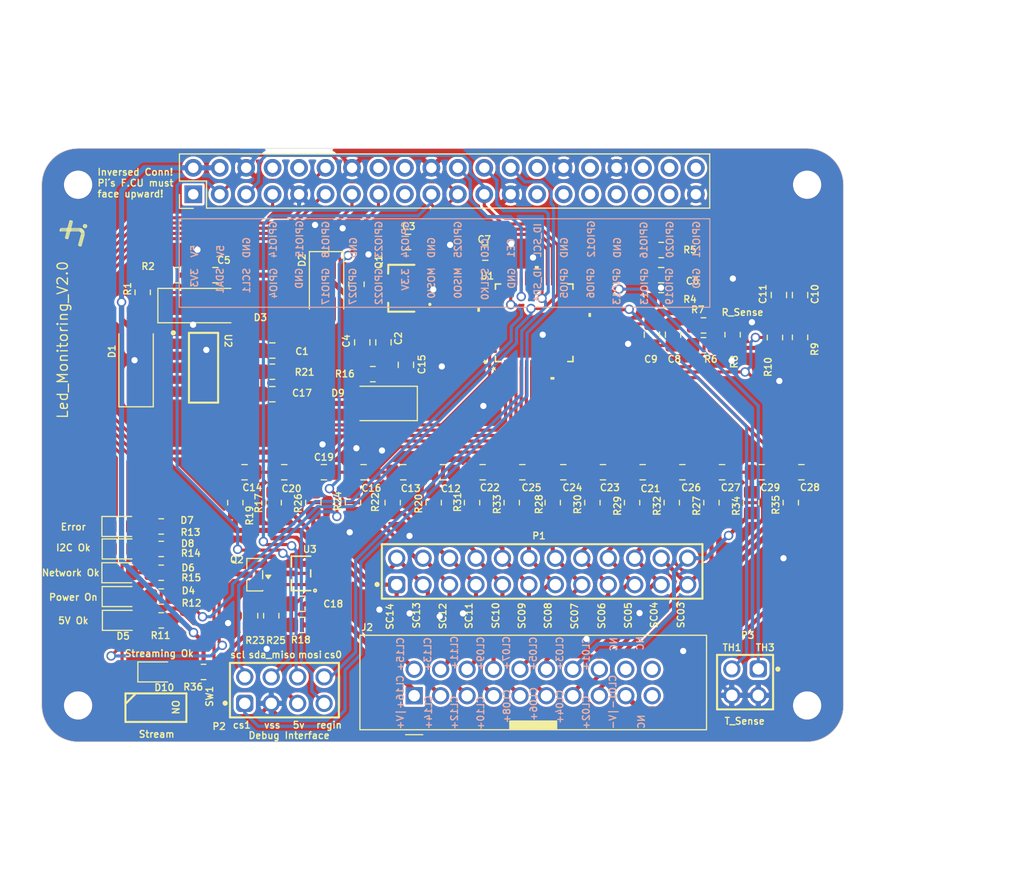
<source format=kicad_pcb>
(kicad_pcb (version 20241229) (generator "pcbnew") (generator_version "9.0")
  (title_block (date "15 nov 2012"))
  (layers (0 "F.Cu" signal) (2 "B.Cu" signal) (13 "F.Paste" user) (15 "B.Paste" user) (5 "F.SilkS" user "F.Silkscreen") (7 "B.SilkS" user "B.Silkscreen") (1 "F.Mask" user) (3 "B.Mask" user) (25 "Edge.Cuts" user))
  (net 0 "")
  (net 1 "/GPIO14{slash}TXD0")
  (net 2 "/GPIO15{slash}RXD0")
  (net 3 "/GPIO23")
  (net 4 "SHUTDOWN")
  (net 5 "/GPIO24")
  (net 6 "SCL_SCLK")
  (net 7 "SPI_MOSI")
  (net 8 "/GPIO26")
  (net 9 "SDA_MISO")
  (net 10 "SPI_CS1")
  (net 11 "SPI_CS0")
  (net 12 "/ID_SDA")
  (net 13 "/ID_SCL")
  (net 14 "/GPIO12{slash}PWM0")
  (net 15 "/GPIO13{slash}PWM1")
  (net 16 "/GPIO19{slash}PCM.FS")
  (net 17 "/GPIO16")
  (net 18 "/GPIO20{slash}PCM.DIN")
  (net 19 "/GPIO21{slash}PCM.DOUT")
  (net 20 "+5V")
  (net 21 "VSS")
  (net 22 "Net-(U2-BAT)")
  (net 23 "Net-(U2-VC16)")
  (net 24 "Net-(U2-VC15)")
  (net 25 "Net-(U2-VC14)")
  (net 26 "Net-(U2-CP1)")
  (net 27 "Net-(U2-VC13)")
  (net 28 "Net-(U2-VC12)")
  (net 29 "Net-(U2-VC11)")
  (net 30 "Net-(U2-VC10)")
  (net 31 "Net-(U2-VC9)")
  (net 32 "Net-(U2-VC8)")
  (net 33 "Net-(U2-VC7)")
  (net 34 "Net-(U2-VC6)")
  (net 35 "Net-(U2-VC5)")
  (net 36 "Net-(U2-VC4)")
  (net 37 "Net-(U2-VC3)")
  (net 50 "Net-(U2-VC2)")
  (net 51 "Net-(U2-VC1)")
  (net 52 "Net-(U2-VC0)")
  (net 53 "Net-(U2-SRP)")
  (net 54 "Net-(U2-SRN)")
  (net 55 "Net-(U2-REG18)")
  (net 56 "POWER_ON")
  (net 57 "REGIN")
  (net 58 "CELL16+")
  (net 59 "Net-(D8-A)")
  (net 60 "Net-(U3-VCC)")
  (net 61 "Net-(D1-K)")
  (net 62 "Net-(D2-A)")
  (net 63 "Net-(D3-A)")
  (net 64 "Net-(D4-A)")
  (net 65 "Net-(D5-A)")
  (net 66 "Net-(D6-K)")
  (net 67 "Net-(D9-A)")
  (net 68 "5V_REG")
  (net 69 "Net-(D10-A)")
  (net 70 "STREAMING")
  (net 71 "ERROR")
  (net 73 "NETWORK_OK")
  (net 75 "nSTREAM")
  (net 76 "I2C_OK")
  (net 77 "CELL12+")
  (net 78 "CELL10+")
  (net 79 "CELL05+")
  (net 80 "CELL08+")
  (net 81 "CELL07+")
  (net 82 "CELL04+")
  (net 83 "CELL13+")
  (net 84 "CELL14+")
  (net 85 "CELL03+")
  (net 86 "CELL02+")
  (net 87 "CELL01-")
  (net 88 "CELL11+")
  (net 89 "CELL01+")
  (net 90 "CELL06+")
  (net 91 "CELL09+")
  (net 92 "CELL14_SC_0")
  (net 93 "TH1")
  (net 94 "TH3")
  (net 95 "BREG")
  (net 96 "Net-(Q2-G)")
  (net 97 "Net-(R20-Pad1)")
  (net 98 "Net-(U2-TS2)")
  (net 99 "Net-(U2-ALERT)")
  (net 100 "Net-(R29-Pad1)")
  (net 104 "/GPIO6")
  (net 105 "/GPIO5")
  (net 106 "Net-(Q1-C_1)")
  (footprint "Capacitor_SMD:C_0805_2012Metric_Pad1.18x1.45mm_HandSolder" (layer "F.Cu") (at 119.481 74.104999 180)
    (property "Reference" "C14")
    (property "Value" "220nF")
  )
  (footprint "Resistor_SMD:R_0805_2012Metric_Pad1.20x1.40mm_HandSolder" (layer "F.Cu") (at 111.48 88.328999 180)
    (property "Reference" "R11")
    (property "Value" "R")
  )
  (footprint "LM317DCY:DCY0004A_N" (layer "F.Cu") (at 115.544 64.071999)
    (property "Reference" "U2")
    (property "Value" "LM317DCY")
  )
  (footprint "Resistor_SMD:R_0805_2012Metric_Pad1.20x1.40mm_HandSolder" (layer "F.Cu") (at 164.312 77.025999 90)
    (property "Reference" "R27")
    (property "Value" "20")
  )
  (footprint "Capacitor_SMD:C_0805_2012Metric_Pad1.18x1.45mm_HandSolder" (layer "F.Cu") (at 159.486 55.181999 180)
    (property "Reference" "C6")
    (property "Value" "2.2uF")
  )
  (footprint "Resistor_SMD:R_0805_2012Metric_Pad1.20x1.40mm_HandSolder" (layer "F.Cu") (at 131.8 64.685499 180)
    (property "Reference" "R16")
    (property "Value" "100")
  )
  (footprint "WR_PHD Dual Male:61300421121" (layer "F.Cu") (at 167.54 94.259999 180)
    (property "Reference" "P3")
    (property "Value" "61300421121" (hide yes))
  )
  (footprint "FCX495:FCX495QTA" (layer "F.Cu") (at 134.671 56.439 90)
    (property "Reference" "Q1")
    (property "Value" "FCX495TA" (hide yes))
  )
  (footprint "Capacitor_SMD:C_0805_2012Metric_Pad1.18x1.45mm_HandSolder" (layer "F.Cu") (at 157.708 74.104999 180)
    (property "Reference" "C21")
    (property "Value" "220nF")
  )
  (footprint "LED_SMD:LED_0805_2012Metric_Pad1.15x1.40mm_HandSolder" (layer "F.Cu") (at 107.6475 83.756999)
    (property "Reference" "D6")
    (property "Value" "LED")
  )
  (footprint "Capacitor_SMD:C_0805_2012Metric_Pad1.18x1.45mm_HandSolder" (layer "F.Cu") (at 165.328 74.104999 180)
    (property "Reference" "C27")
    (property "Value" "220nF")
  )
  (footprint "Capacitor_SMD:C_0805_2012Metric_Pad1.18x1.45mm_HandSolder" (layer "F.Cu") (at 127.101 74.104999 180)
    (property "Reference" "C19")
    (property "Value" "220nF")
  )
  (footprint "Resistor_SMD:R_0805_2012Metric_Pad1.20x1.40mm_HandSolder" (layer "F.Cu") (at 125.0305 88.769999 180)
    (property "Reference" "R18")
    (property "Value" "10k")
  )
  (footprint "MountingHole:MountingHole_2.7mm_M2.5_DIN965" (layer "F.Cu") (at 173.500001 46.499997)
    (property "Reference" "H2")
    (property "Value" "MountingHole")
  )
  (footprint "Capacitor_SMD:C_0805_2012Metric_Pad1.18x1.45mm_HandSolder" (layer "F.Cu") (at 172.821 57.086999 -90)
    (property "Reference" "C10")
    (property "Value" "220nF")
  )
  (footprint "WR_PHD Dual Male:61302421121" (layer "F.Cu") (at 148.056 83.629999)
    (property "Reference" "P1")
    (property "Value" "61302421121")
  )
  (footprint "Capacitor_SMD:C_0805_2012Metric_Pad1.18x1.45mm_HandSolder" (layer "F.Cu") (at 142.341 74.104999 180)
    (property "Reference" "C22")
    (property "Value" "220nF")
  )
  (footprint "Resistor_SMD:R_0805_2012Metric_Pad1.20x1.40mm_HandSolder" (layer "F.Cu") (at 115.544 93.281999 180)
    (property "Reference" "R36")
    (property "Value" "R")
  )
  (footprint "Resistor_SMD:R_0805_2012Metric_Pad1.20x1.40mm_HandSolder" (layer "F.Cu") (at 137.642 77.025999 90)
    (property "Reference" "R20")
    (property "Value" "20")
  )
  (footprint "Capacitor_SMD:C_0805_2012Metric_Pad1.18x1.45mm_HandSolder" (layer "F.Cu") (at 170.789 57.086999 -90)
    (property "Reference" "C11")
    (property "Value" "220nF")
  )
  (footprint "Diode_SMD:D_SMA_Handsoldering" (layer "F.Cu") (at 115.671 58.102999)
    (property "Reference" "D3")
    (property "Value" "1N4002")
  )
  (footprint "Capacitor_SMD:C_0805_2012Metric_Pad1.18x1.45mm_HandSolder" (layer "F.Cu") (at 160.629 60.896999 90)
    (property "Reference" "C8")
    (property "Value" "0.1uF")
  )
  (footprint "Resistor_SMD:R_0805_2012Metric_Pad1.20x1.40mm_HandSolder" (layer "F.Cu") (at 130.226 56.058 -90)
    (property "Reference" "R3" (hide yes))
    (property "Value" "300")
  )
  (footprint "Resistor_SMD:R_0805_2012Metric_Pad1.20x1.40mm_HandSolder" (layer "F.Cu") (at 160.502 77.025999 90)
    (property "Reference" "R32")
    (property "Value" "20")
  )
  (footprint "WR_PHD Dual Male:61300821121" (layer "F.Cu") (at 123.31 95.029999)
    (property "Reference" "P2")
    (property "Value" "61300821121")
  )
  (footprint "Capacitor_SMD:C_0805_2012Metric_Pad1.18x1.45mm_HandSolder" (layer "F.Cu") (at 130.784 61.637499 -90)
    (property "Reference" "C4")
    (property "Value" "1uF")
  )
  (footprint "Resistor_SMD:R_0805_2012Metric_Pad1.20x1.40mm_HandSolder" (layer "F.Cu") (at 133.705 77.025999 90)
    (property "Reference" "R22")
    (property "Value" "20")
  )
  (footprint "Resistor_SMD:R_0805_2012Metric_Pad1.20x1.40mm_HandSolder" (layer "F.Cu") (at 168.122 77.025999 90)
    (property "Reference" "R34")
    (property "Value" "20")
  )
  (footprint "Capacitor_SMD:C_0805_2012Metric" (layer "F.Cu") (at 116.687 55.181999 180)
    (property "Reference" "C5")
    (property "Value" "0.1uF")
  )
  (footprint "Resistor_SMD:R_0805_2012Metric_Pad1.20x1.40mm_HandSolder" (layer "F.Cu") (at 111.48 81.470999 180)
    (property "Reference" "R14")
    (property "Value" "R")
  )
  (footprint "Capacitor_SMD:C_0805_2012Metric_Pad1.18x1.45mm_HandSolder" (layer "F.Cu") (at 130.911 74.104999 180)
    (property "Reference" "C16")
    (property "Value" "220nF")
  )
  (footprint "Capacitor_SMD:C_0805_2012Metric_Pad1.18x1.45mm_HandSolder" (layer "F.Cu") (at 161.518 74.104999 180)
    (property "Reference" "C26")
    (property "Value" "220nF")
  )
  (footprint "Capacitor_SMD:C_0805_2012Metric_Pad1.18x1.45mm_HandSolder" (layer "F.Cu") (at 146.151 74.104999 180)
    (property "Reference" "C25")
    (property "Value" "220nF")
  )
  (footprint "logo:THI" (layer "F.Cu") (at 102.28746 44.196685)
    (property "Reference" "REF**" (hide yes))
    (property "Value" "THI")
  )
  (footprint "Capacitor_SMD:C_0805_2012Metric_Pad1.18x1.45mm_HandSolder" (layer "F.Cu") (at 135.179 51.994 180)
    (property "Reference" "C3")
    (property "Value" "22nF")
  )
  (footprint "Resistor_SMD:R_0805_2012Metric_Pad1.20x1.40mm_HandSolder" (layer "F.Cu") (at 145.135 77.025999 90)
    (property "Reference" "R33")
    (property "Value" "20")
  )
  (footprint "Resistor_SMD:R_0805_2012Metric_Pad1.20x1.40mm_HandSolder" (layer "F.Cu") (at 156.692 77.025999 90)
    (property "Reference" "R29")
    (property "Value" "20")
  )
  (footprint "Capacitor_SMD:C_0805_2012Metric_Pad1.18x1.45mm_HandSolder" (layer "F.Cu") (at 172.948 74.104999 180)
    (property "Reference" "C28")
    (property "Value" "220nF")
  )
  (footprint "Resistor_SMD:R_0805_2012Metric_Pad1.20x1.40mm_HandSolder" (layer "F.Cu") (at 159.486 52.768999)
    (property "Reference" "R5")
    (property "Value" "1k")
  )
  (footprint "Resistor_SMD:R_0805_2012Metric_Pad1.20x1.40mm_HandSolder" (layer "F.Cu") (at 129.895 77.025999 90)
    (property "Reference" "R24")
    (property "Value" "20")
  )
  (footprint "Diode_SMD:D_SMA" (layer "F.Cu") (at 127.355 56.429499 -90)
    (property "Reference" "D2")
    (property "Value" "100V")
  )
  (footprint "Resistor_SMD:R_0805_2012Metric_Pad1.20x1.40mm_HandSolder" (layer "F.Cu") (at 120.014 87.880999 -90)
    (property "Reference" "R23")
    (property "Value" "10k")
  )
  (footprint "Connector_THT_Würth_BHD:J_Wurth_WR-BHD_61202021621" (layer "F.Cu") (at 135.769 95.564999 90)
    (property "Reference" "J2")
    (property "Value" "61202021621")
  )
  (footprint "LED_SMD:LED_0805_2012Metric_Pad1.15x1.40mm_HandSolder" (layer "F.Cu") (at 107.6925 88.328999)
    (property "Reference" "D5")
    (property "Value" "LED")
  )
  (footprint "Capacitor_SMD:C_0805_2012Metric" (layer "F.Cu") (at 122.148 66.611999)
    (property "Reference" "C17")
    (property "Value" "1uF")
  )
  (footprint "Resistor_SMD:R_0805_2012Metric_Pad1.20x1.40mm_HandSolder" (layer "F.Cu") (at 159.486 57.594999 180)
    (property "Reference" "R4")
    (property "Value" "10k")
  )
  (footprint "WS-DISV:416131160801" (layer "F.Cu") (at 110.972 96.710999 -90)
    (property "Reference" "SW1")
    (property "Value" "416131160801")
  )
  (footprint "Resistor_SMD:R_0805_2012Metric_Pad1.20x1.40mm_HandSolder" (layer "F.Cu") (at 113.004 55.181999)
    (property "Reference" "R2")
    (property "Value" "680")
  )
  (footprint "Capacitor_SMD:C_0805_2012Metric_Pad1.18x1.45mm_HandSolder" (layer "F.Cu") (at 125.0305 86.737999 180)
    (property "Reference" "C18")
    (property "Value" "100nF")
  )
  (footprint "Capacitor_SMD:C_0805_2012Metric_Pad1.18x1.45mm_HandSolder" (layer "F.Cu") (at 142.595 53.022999)
    (property "Reference" "C7")
    (property "Value" "1uF")
  )
  (footprint "Capacitor_SMD:C_0805_2012Metric_Pad1.18x1.45mm_HandSolder" (layer "F.Cu") (at 169.138 74.104999 180)
    (property "Reference" "C29")
    (property "Value" "220nF")
  )
  (footprint "Resistor_SMD:R_0805_2012Metric_Pad1.20x1.40mm_HandSolder" (layer "F.Cu") (at 122.148 64.452999)
    (property "Reference" "R21")
    (property "Value" "240")
  )
  (footprint "Capacitor_SMD:C_0805_2012Metric_Pad1.18x1.45mm_HandSolder" (layer "F.Cu") (at 134.975 63.796499 -90)
    (property "Reference" "C15")
    (property "Value" "0.47uF")
  )
  (footprint "LED_SMD:LED_0805_2012Metric_Pad1.15x1.40mm_HandSolder" (layer "F.Cu") (at 107.6475 79.311999)
    (property "Reference" "D7")
    (property "Value" "LED")
  )
  (footprint "LED_SMD:LED_0805_2012Metric_Pad1.15x1.40mm_HandSolder" (layer "F.Cu") (at 111.099 93.281999)
    (property "Reference" "D10")
    (property "Value" "LED")
  )
  (footprint "LED_SMD:LED_0805_2012Metric_Pad1.15x1.40mm_HandSolder" (layer "F.Cu") (at 107.67 81.470999)
    (property "Reference" "D8")
    (property "Value" "LED")
  )
  (footprint "Resistor_SMD:R_0805_2012Metric_Pad1.20x1.40mm_HandSolder" (layer "F.Cu") (at 170.408 61.169749 90)
    (property "Reference" "R10")
    (property "Value" "20")
  )
  (footprint "MountingHole:MountingHole_2.7mm_M2.5_DIN965" (layer "F.Cu") (at 103.500001 46.499999)
    (property "Reference" "H1")
    (property "Value" "MountingHole")
  )
  (footprint "Resistor_SMD:R_0805_2012Metric_Pad1.20x1.40mm_HandSolder" (layer "F.Cu") (at 172.821 61.150999 90)
    (property "Reference" "R9")
    (property "Value" "20")
  )
  (footprint "Resistor_SMD:R_0805_2012Metric_Pad1.20x1.40mm_HandSolder" (layer "F.Cu") (at 122.046 87.880999 90)
    (property "Reference" "R25")
    (property "Value" "1.5k")
  )
  (footprint "Resistor_SMD:R_0805_2012Metric_Pad1.20x1.40mm_HandSolder" (layer "F.Cu") (at 111.48 86.042999 180)
    (property "Reference" "R12")
    (property "Value" "R")
  )
  (footprint "Resistor_SMD:R_0805_2012Metric_Pad1.20x1.40mm_HandSolder" (layer "F.Cu") (at 126.085 77.025999 90)
    (property "Reference" "R26")
    (property "Value" "20")
  )
  (footprint "Resistor_SMD:R_0805_2012Metric_Pad1.20x1.40mm_HandSolder" (layer "F.Cu") (at 149.072 77.025999 90)
    (property "Reference" "R28")
    (property "Value" "20")
  )
  (footprint "LED_SMD:LED_0805_2012Metric_Pad1.15x1.40mm_HandSolder" (layer "F.Cu") (at 107.67 86.042999)
    (property "Reference" "D4")
    (property "Value" "LED")
  )
  (footprint "STM1061N38WX6F:SOT-23_STM" (layer "F.Cu") (at 124.9035 83.816999 90)
    (property "Reference" "U3")
    (property "Value" "STM1061N38WX6F")
  )
  (footprint "Diode_SMD:D_SMA_Handsoldering" (layer "F.Cu") (at 109.067 63.309999 90)
    (property "Reference" "D1")
    (property "Value" "1N4002")
  )
  (footprint "Diode_SMD:D_SMA" (layer "F.Cu") (at 132.562 67.500999 180)
    (property "Reference" "D9")
    (property "Value" "100V")
  )
  (footprint "Resistor_SMD:R_0805_2012Metric_Pad1.20x1.40mm_HandSolder" (layer "F.Cu") (at 171.932 77.025999 90)
    (property "Reference" "R35")
    (property "Value" "20")
  )
  (footprint "Capacitor_SMD:C_0805_2012Metric_Pad1.18x1.45mm_HandSolder" (layer "F.Cu") (at 123.291 74.104999 180)
    (property "Reference" "C20")
    (property "Value" "220nF")
  )
  (footprint "MountingHole:MountingHole_2.7mm_M2.5_DIN965" (layer "F.Cu") (at 103.5 96.5)
    (property "Reference" "H3")
    (property "Value" "MountingHole")
  )
  (footprint "Resistor_SMD:R_0805_2012Metric_Pad1.20x1.40mm_HandSolder" (layer "F.Cu") (at 111.48 79.311999 180)
    (property "Reference" "R13")
    (property "Value" "R")
  )
  (footprint "Capacitor_SMD:C_0805_2012Metric_Pad1.18x1.45mm_HandSolder" (layer "F.Cu") (at 132.816 61.637499 -90)
    (property "Reference" "C2")
    (property "Value" "100pF")
  )
  (footprint "Resistor_SMD:R_0805_2012Metric_Pad1.20x1.40mm_HandSolder" (layer "F.Cu") (at 166.344 60.896999 -90)
    (property "Reference" "R8")
    (property "Value" "0.001")
  )
  (footprint "Resistor_SMD:R_0805_2012Metric_Pad1.20x1.40mm_HandSolder" (layer "F.Cu") (at 152.882 77.025999 90)
    (property "Reference" "R30")
    (property "Value" "20")
  )
  (footprint "Resistor_SMD:R_0805_2012Metric_Pad1.20x1.40mm_HandSolder" (layer "F.Cu") (at 122.275 77.025999 90)
    (property "Reference" "R17")
    (property "Value" "20")
  )
  (footprint "Capacitor_SMD:C_0805_2012Metric_Pad1.18x1.45mm_HandSolder" (layer "F.Cu") (at 134.721 74.104999 180)
    (property "Reference" "C13")
    (property "Value" "220nF")
  )
  (footprint "Capacitor_SMD:C_0805_2012Metric_Pad1.18x1.45mm_HandSolder" (layer "F.Cu") (at 153.898 74.104999 180)
    (property "Reference" "C23")
    (property "Value" "220nF")
  )
  (footprint "Capacitor_SMD:C_0805_2012Metric_Pad1.18x1.45mm_HandSolder" (layer "F.Cu") (at 150.088 74.104999 180)
    (property "Reference" "C24")
    (property "Value" "220nF")
  )
  (footprint "Resistor_SMD:R_0805_2012Metric_Pad1.20x1.40mm_HandSolder" (layer "F.Cu") (at 118.592 77.025999 90)
    (property "Reference" "R19")
    (property "Value" "20")
  )
  (footprint "Resistor_SMD:R_0805_2012Metric_Pad1.20x1.40mm_HandSolder" (layer "F.Cu") (at 111.48 83.756999 180)
    (property "Reference" "R15")
    (property "Value" "R")
  )
  (footprint "MountingHole:MountingHole_2.7mm_M2.5_DIN965" (layer "F.Cu") (at 173.500002 96.499999)
    (property "Reference" "H4")
    (property "Value" "MountingHole")
  )
  (footprint "Capacitor_SMD:C_0805_2012Metric_Pad1.18x1.45mm_HandSolder" (layer "F.Cu") (at 122.148 62.420999 180)
    (property "Reference" "C1")
    (property "Value" "10uF")
  )
  (footprint "Resistor_SMD:R_0805_2012Metric_Pad1.20x1.40mm_HandSolder" (layer "F.Cu") (at 109.702 56.832999 90)
    (property "Reference" "R1")
    (property "Value" "33")
  )
  (footprint "Resistor_SMD:R_0805_2012Metric_Pad1.20x1.40mm_HandSolder" (layer "F.Cu") (at 163.55 60.007999 180)
    (property "Reference" "R7")
    (property "Value" "100")
  )
  (footprint "Capacitor_SMD:C_0805_2012Metric_Pad1.18x1.45mm_HandSolder" (layer "F.Cu") (at 138.531 74.104999 180)
    (property "Reference" "C12")
    (property "Value" "220nF")
  )
  (footprint "Resistor_SMD:R_0805_2012Metric_Pad1.20x1.40mm_HandSolder" (layer "F.Cu") (at 163.55 61.912999 180)
    (property "Reference" "R6")
    (property "Value" "100")
  )
  (footprint "Package_TO_SOT_SMD:SOT-23" (layer "F.Cu") (at 120.4585 83.943999 180)
    (property "Reference" "Q2")
    (property "Value" "2N7002")
  )
  (footprint "Resistor_SMD:R_0805_2012Metric_Pad1.20x1.40mm_HandSolder" (layer "F.Cu") (at 141.325 77.025999 90)
    (property "Reference" "R31")
    (property "Value" "20")
  )
  (footprint "Capacitor_SMD:C_0805_2012Metric_Pad1.18x1.45mm_HandSolder" (layer "F.Cu") (at 158.597 60.896999 90)
    (property "Reference" "C9")
    (property "Value" "100pF")
  )
  (footprint "Inverted_PinSocket:PinSocket_2x20_P2.54mm_Vertical_Inverted" (layer "F.Cu") (at 137.558 45.614999 90)
    (property "Reference" "J1" (hide yes))
    (property "Value" "GPIO" (hide yes))
  )
  (footprint "BQ769x2:PFB48_TEX" (layer "F.Cu") (at 147.294 59.753999 90)
    (property "Reference" "U1")
    (property "Value" "PBQ76952PFBT")
  )
  (gr_line (start 103.5 99.999998) (end 173.5 99.999998) (stroke (width 0.05)) (layer "Edge.Cuts"))
  (gr_arc (start 103.500001 99.999999) (mid 101.025127 98.974873) (end 100.000001 96.499999) (stroke (width 0.05)) (layer "Edge.Cuts"))
  (gr_line (start 177 46.499998) (end 177 96.499998) (stroke (width 0.05)) (layer "Edge.Cuts"))
  (gr_line (start 100.000001 46.499999) (end 100.000001 96.499999) (stroke (width 0.05)) (layer "Edge.Cuts"))
  (gr_arc (start 100.000001 46.499999) (mid 101.025127 44.025125) (end 103.500001 42.999999) (stroke (width 0.05)) (layer "Edge.Cuts"))
  (gr_arc (start 173.5 42.999998) (mid 175.974874 44.025124) (end 177 46.499998) (stroke (width 0.05)) (layer "Edge.Cuts"))
  (gr_arc (start 177.000001 96.499998) (mid 175.974875 98.974872) (end 173.500001 99.999998) (stroke (width 0.05)) (layer "Edge.Cuts"))
  (gr_line (start 103.5 42.999998) (end 173.5 42.999998) (stroke (width 0.05)) (layer "Edge.Cuts"))
  (gr_text "SC07" (at 151.55 89.26 90) (layer "F.SilkS") (effects (font (size 0.65 0.65) (thickness 0.125) (bold yes)) (justify left bottom)))
  (gr_text "sda_miso" (at 119.79 92.009999 0) (layer "F.SilkS") (effects (font (size 0.65 0.65) (thickness 0.125) (bold yes)) (justify left bottom)))
  (gr_text "SC11" (at 141.41 89.22 90) (layer "F.SilkS") (effects (font (size 0.65 0.65) (thickness 0.125) (bold yes)) (justify left bottom)))
  (gr_text "Debug Interface" (at 119.79 99.759999 0) (layer "F.SilkS") (effects (font (size 0.65 0.65) (thickness 0.125) (bold yes)) (justify left bottom)))
  (gr_text "cs1" (at 118.29 98.759999 0) (layer "F.SilkS") (effects (font (size 0.65 0.65) (thickness 0.125) (bold yes)) (justify left bottom)))
  (gr_text "SC14" (at 133.82 89.3 90) (layer "F.SilkS") (effects (font (size 0.65 0.65) (thickness 0.125) (bold yes)) (justify left bottom)))
  (gr_text "scl" (at 118.04 92.009999 0) (layer "F.SilkS") (effects (font (size 0.65 0.65) (thickness 0.125) (bold yes)) (justify left bottom)))
  (gr_text "SC09" (at 146.49 89.22 90) (layer "F.SilkS") (effects (font (size 0.65 0.65) (thickness 0.125) (bold yes)) (justify left bottom)))
  (gr_text "SC12" (at 138.9 89.25 90) (layer "F.SilkS") (effects (font (size 0.65 0.65) (thickness 0.125) (bold yes)) (justify left bottom)))
  (gr_text "SC10" (at 143.98 89.2 90) (layer "F.SilkS") (effects (font (size 0.65 0.65) (thickness 0.125) (bold yes)) (justify left bottom)))
  (gr_text "SC04" (at 159.18 89.15 90) (layer "F.SilkS") (effects (font (size 0.65 0.65) (thickness 0.125) (bold yes)) (justify left bottom)))
  (gr_text "mosi" (at 124.54 92.009999 0) (layer "F.SilkS") (effects (font (size 0.65 0.65) (thickness 0.125) (bold yes)) (justify left bottom)))
  (gr_text "SC03" (at 161.76 89.15 90) (layer "F.SilkS") (effects (font (size 0.65 0.65) (thickness 0.125) (bold yes)) (justify left bottom)))
  (gr_text "TH3" (at 168.495 91.321999 0) (layer "F.SilkS") (effects (font (size 0.65 0.65) (thickness 0.125) (bold yes)) (justify left bottom)))
  (gr_text "SC05" (at 156.7 89.19 90) (layer "F.SilkS") (effects (font (size 0.65 0.65) (thickness 0.125) (bold yes)) (justify left bottom)))
  (gr_text "SC06" (at 154.15 89.22 90) (layer "F.SilkS") (effects (font (size 0.65 0.65) (thickness 0.125) (bold yes)) (justify left bottom)))
  (gr_text "regin" (at 126.29 98.759999 0) (layer "F.SilkS") (effects (font (size 0.65 0.65) (thickness 0.125) (bold yes)) (justify left bottom)))
  (gr_text "cs0" (at 127.04 92.009999 0) (layer "F.SilkS") (effects (font (size 0.65 0.65) (thickness 0.125) (bold yes)) (justify left bottom)))
  (gr_text "vss" (at 121.29 98.759999 0) (layer "F.SilkS") (effects (font (size 0.65 0.65) (thickness 0.125) (bold yes)) (justify left bottom)))
  (gr_text "TH1" (at 165.305 91.321999 0) (layer "F.SilkS") (effects (font (size 0.65 0.65) (thickness 0.125) (bold yes)) (justify left bottom)))
  (gr_text "5v" (at 124.04 98.759999 0) (layer "F.SilkS") (effects (font (size 0.65 0.65) (thickness 0.125) (bold yes)) (justify left bottom)))
  (gr_text "SC08" (at 149 89.21 90) (layer "F.SilkS") (effects (font (size 0.65 0.65) (thickness 0.125) (bold yes)) (justify left bottom)))
  (gr_text "SC13" (at 136.37 89.19 90) (layer "F.SilkS") (effects (font (size 0.65 0.65) (thickness 0.125) (bold yes)) (justify left bottom)))
  (gr_text "Inversed Conn!\nPi´s F.CU must\nface upward!" (at 105.29 47.759999 0) (layer "F.SilkS") (effects (font (size 0.65 0.65) (thickness 0.125) (bold yes)) (justify left bottom)))
  (gr_text "Led_Monitoring_V2.0" (at 102.6 69.05 90) (layer "F.SilkS") (effects (font (size 1 1) (thickness 0.125) (bold yes)) (justify left bottom)))
  (gr_text "CL03+" (at 150.13 89.81 90) (layer "B.SilkS") (effects (font (size 0.65 0.65) (thickness 0.125) (bold yes)) (justify left bottom mirror)))
  (gr_text "NC" (at 157.96 97.31 90) (layer "B.SilkS") (effects (font (size 0.65 0.65) (thickness 0.125) (bold yes)) (justify left bottom mirror)))
  (gr_text "NC" (at 157.85 89.77 90) (layer "B.SilkS") (effects (font (size 0.65 0.65) (thickness 0.125) (bold yes)) (justify left bottom mirror)))
  (gr_text "CL02+" (at 152.66 95.49 90) (layer "B.SilkS") (effects (font (size 0.65 0.65) (thickness 0.125) (bold yes)) (justify left bottom mirror)))
  (gr_text "CL01-|V-" (at 155.22 93.49 90) (layer "B.SilkS") (effects (font (size 0.65 0.65) (thickness 0.125) (bold yes)) (justify left bottom mirror)))
  (gr_text "CL16+|V+" (at 134.81 93.52 90) (layer "B.SilkS") (effects (font (size 0.65 0.65) (thickness 0.125) (bold yes)) (justify left bottom mirror)))
  (gr_text "CL07+" (at 145.01 89.77 90) (layer "B.SilkS") (effects (font (size 0.65 0.65) (thickness 0.125) (bold yes)) (justify left bottom mirror)))
  (gr_text "CL12+" (at 140.01 95.51 90) (layer "B.SilkS") (effects (font (size 0.65 0.65) (thickness 0.125) (bold yes)) (justify left bottom mirror)))
  (gr_text "CL14+" (at 137.52 95.47 90) (layer "B.SilkS") (effects (font (size 0.65 0.65) (thickness 0.125) (bold yes)) (justify left bottom mirror)))
  (gr_text "CL15+" (at 134.83 89.88 90) (layer "B.SilkS") (effects (font (size 0.65 0.65) (thickness 0.125) (bold yes)) (justify left bottom mirror)))
  (gr_text "CL09+" (at 142.53 89.81 90) (layer "B.SilkS") (effects (font (size 0.65 0.65) (thickness 0.125) (bold yes)) (justify left bottom mirror)))
  (gr_text "CL06+" (at 147.62 94.67 90) (layer "B.SilkS") (effects (font (size 0.65 0.65) (thickness 0.125) (bold yes)) (justify left bottom mirror)))
  (gr_text "CL11+" (at 140.01 89.75 90) (layer "B.SilkS") (effects (font (size 0.65 0.65) (thickness 0.125) (bold yes)) (justify left bottom mirror)))
  (gr_text "NC" (at 155.3 89.87 90) (layer "B.SilkS") (effects (font (size 0.65 0.65) (thickness 0.125) (bold yes)) (justify left bottom mirror)))
  (gr_text "CL10+" (at 142.53 95.54 90) (layer "B.SilkS") (effects (font (size 0.65 0.65) (thickness 0.125) (bold yes)) (justify left bottom mirror)))
  (gr_text "CL05+" (at 147.58 89.82 90) (layer "B.SilkS") (effects (font (size 0.65 0.65) (thickness 0.125) (bold yes)) (justify left bottom mirror)))
  (gr_text "CL08+" (at 145.05 94.89 90) (layer "B.SilkS") (effects (font (size 0.65 0.65) (thickness 0.125) (bold yes)) (justify left bottom mirror)))
  (gr_text "CL04+" (at 150.13 94.94 90) (layer "B.SilkS") (effects (font (size 0.65 0.65) (thickness 0.125) (bold yes)) (justify left bottom mirror)))
  (gr_text "CL01+" (at 152.66 89.84 90) (layer "B.SilkS") (effects (font (size 0.65 0.65) (thickness 0.125) (bold yes)) (justify left bottom mirror)))
  (gr_text "CL13+" (at 137.45 89.88 90) (layer "B.SilkS") (effects (font (size 0.65 0.65) (thickness 0.125) (bold yes)) (justify left bottom mirror)))
  (segment (start 146.044 57.233999) (end 146.044 55.480449) (width 0.3) (layer "F.Cu") (net 4))
  (segment (start 146.0494 57.239399) (end 146.044 57.233999) (width 0.3) (layer "F.Cu") (net 4))
  (via (at 146.0494 57.239399) (size 0.9) (drill 0.6) (layers "F.Cu" "B.Cu") (net 4))
  (segment (start 146.0494 57.239399) (end 146.196 57.092799) (width 0.3) (layer "B.Cu") (net 4))
  (segment (start 146.0494 50.5962) (end 146.0494 57.239399) (width 0.3) (layer "B.Cu") (net 4))
  (segment (start 141.159 47.954799) (end 142.759801 49.5556) (width 0.3) (layer "B.Cu") (net 4))
  (segment (start 145.0088 49.5556) (end 146.0494 50.5962) (width 0.3) (layer "B.Cu") (net 4))
  (segment (start 141.159 46.075999) (end 141.159 47.954799) (width 0.3) (layer "B.Cu") (net 4))
  (segment (start 139.958 44.874999) (end 141.159 46.075999) (width 0.3) (layer "B.Cu") (net 4))
  (segment (start 142.759801 49.5556) (end 145.0088 49.5556) (width 0.3) (layer "B.Cu") (net 4))
  (segment (start 142.498 48.506399) (end 144.26 50.268399) (width 0.3) (layer "F.Cu") (net 6))
  (segment (start 147.5366 50.268399) (end 149.544001 52.2758) (width 0.3) (layer "F.Cu") (net 6))
  (segment (start 142.498 47.414999) (end 142.498 48.506399) (width 0.3) (layer "F.Cu") (net 6))
  (segment (start 149.544001 57.037986) (end 148.199588 58.382399) (width 0.3) (layer "F.Cu") (net 6))
  (segment (start 149.544001 52.2758) (end 149.544001 55.480449) (width 0.3) (layer "F.Cu") (net 6))
  (segment (start 148.199588 58.382399) (end 146.9892 58.382399) (width 0.3) (layer "F.Cu") (net 6))
  (segment (start 149.544001 55.480449) (end 149.544001 57.037986) (width 0.3) (layer "F.Cu") (net 6))
  (segment (start 144.26 50.268399) (end 147.5366 50.268399) (width 0.3) (layer "F.Cu") (net 6))
  (via (at 146.9892 58.382399) (size 0.9) (drill 0.6) (layers "F.Cu" "B.Cu") (net 6))
  (segment (start 145.6 60.325486) (end 146.9892 58.936286) (width 0.3) (layer "B.Cu") (net 6))
  (segment (start 120.839 46.213999) (end 120.839 44.377528) (width 0.3) (layer "B.Cu") (net 6))
  (segment (start 119.5 93.173999) (end 118.9222 92.596199) (width 0.3) (layer "B.Cu") (net 6))
  (segment (start 118.9222 92.596199) (end 118.9222 84.976199) (width 0.3) (layer "B.Cu") (net 6))
  (segment (start 142.498 46.706478) (end 142.498 47.414999) (width 0.3) (layer "B.Cu") (net 6))
  (segment (start 119.638 47.414999) (end 120.839 46.213999) (width 0.3) (layer "B.Cu") (net 6))
  (segment (start 145.5922 61.709799) (end 145.5922 60.4022) (width 0.3) (layer "B.Cu") (net 6))
  (segment (start 146.9892 58.936286) (end 146.9892 58.382399) (width 0.3) (layer "B.Cu") (net 6))
  (segment (start 121.542529 43.673999) (end 140.455471 43.673999) (width 0.3) (layer "B.Cu") (net 6))
  (segment (start 118.9222 84.976199) (end 126.4914 77.406999) (width 0.3) (layer "B.Cu") (net 6))
  (segment (start 119.5 93.759999) (end 119.5 93.173999) (width 0.3) (layer "B.Cu") (net 6))
  (segment (start 145.5922 60.4022) (end 145.6 60.3944) (width 0.3) (layer "B.Cu") (net 6))
  (segment (start 129.895 77.406999) (end 145.5922 61.709799) (width 0.3) (layer "B.Cu") (net 6))
  (segment (start 141.159 45.367478) (end 142.498 46.706478) (width 0.3) (layer "B.Cu") (net 6))
  (segment (start 120.839 44.377528) (end 121.542529 43.673999) (width 0.3) (layer "B.Cu") (net 6))
  (segment (start 126.4914 77.406999) (end 129.895 77.406999) (width 0.3) (layer "B.Cu") (net 6))
  (segment (start 145.6 60.3944) (end 145.6 60.325486) (width 0.3) (layer "B.Cu") (net 6))
  (segment (start 141.159 44.377528) (end 141.159 45.367478) (width 0.3) (layer "B.Cu") (net 6))
  (segment (start 140.455471 43.673999) (end 141.159 44.377528) (width 0.3) (layer "B.Cu") (net 6))
  (segment (start 123.882357 81.0516) (end 121.581601 81.0516) (width 0.3) (layer "F.Cu") (net 7))
  (segment (start 140.2836 51.270399) (end 137.418 48.404799) (width 0.3) (layer "F.Cu") (net 7))
  (segment (start 137.418 48.404799) (end 137.418 47.414999) (width 0.3) (layer "F.Cu") (net 7))
  (segment (start 148.544 55.480449) (end 148.544 52.698199) (width 0.3) (layer "F.Cu") (net 7))
  (segment (start 148.544 52.698199) (end 147.1162 51.270399) (width 0.3) (layer "F.Cu") (net 7))
  (segment (start 121.581601 81.0516) (end 121.29 80.759999) (width 0.3) (layer "F.Cu") (net 7))
  (segment (start 147.1162 51.270399) (end 140.2836 51.270399) (width 0.3) (layer "F.Cu") (net 7))
  (segment (start 124.000961 81.170204) (end 123.882357 81.0516) (width 0.3) (layer "F.Cu") (net 7))
  (via (at 124.000961 81.170204) (size 0.9) (drill 0.6) (layers "F.Cu" "B.Cu") (net 7))
  (via (at 121.29 80.759999) (size 0.9) (drill 0.6) (layers "F.Cu" "B.Cu") (net 7))
  (segment (start 124.4348 81.604043) (end 124.4348 93.614799) (width 0.3) (layer "B.Cu") (net 7))
  (segment (start 121.29 50.3128) (end 122.1234 49.4794) (width 0.3) (layer "B.Cu") (net 7))
  (segment (start 122.1234 49.4794) (end 136.156399 49.4794) (width 0.3) (layer "B.Cu") (net 7))
  (segment (start 121.29 80.785199) (end 121.29 80.759999) (width 0.3) (layer "B.Cu") (net 7))
  (segment (start 136.156399 49.4794) (end 137.418 48.217799) (width 0.3) (layer "B.Cu") (net 7))
  (segment (start 121.29 80.759999) (end 121.29 50.3128) (width 0.3) (layer "B.Cu") (net 7))
  (segment (start 124.000961 81.170204) (end 124.4348 81.604043) (width 0.3) (layer "B.Cu") (net 7))
  (segment (start 137.418 48.217799) (end 137.418 47.414999) (width 0.3) (layer "B.Cu") (net 7))
  (segment (start 124.4348 93.614799) (end 124.58 93.759999) (width 0.3) (layer "B.Cu") (net 7))
  (segment (start 139.958 47.414999) (end 138.757 46.213999) (width 0.3) (layer "F.Cu") (net 9))
  (segment (start 122.865001 81.585) (end 123.164 81.883999) (width 0.3) (layer "F.Cu") (net 9))
  (segment (start 129.438529 46.213999) (end 138.757 46.213999) (width 0.3) (layer "F.Cu") (net 9))
  (segment (start 149.043999 55.480449) (end 149.043999 52.486998) (width 0.3) (layer "F.Cu") (net 9))
  (segment (start 149.043999 52.486998) (end 147.3264 50.769399) (width 0.3) (layer "F.Cu") (net 9))
  (segment (start 118.895601 81.585) (end 122.865001 81.585) (width 0.3) (layer "F.Cu") (net 9))
  (segment (start 127.893471 43.673999) (end 128.597 44.377528) (width 0.3) (layer "F.Cu") (net 9))
  (segment (start 118.8206 81.509999) (end 118.895601 81.585) (width 0.3) (layer "F.Cu") (net 9))
  (segment (start 128.597 45.37247) (end 129.438529 46.213999) (width 0.3) (layer "F.Cu") (net 9))
  (segment (start 140.49112 50.769399) (end 138.8874 49.165679) (width 0.3) (layer "F.Cu") (net 9))
  (segment (start 128.597 44.377528) (end 128.597 45.37247) (width 0.3) (layer "F.Cu") (net 9))
  (segment (start 138.8874 48.485599) (end 139.958 47.414999) (width 0.3) (layer "F.Cu") (net 9))
  (segment (start 118.4142 46.098799) (end 117.098 47.414999) (width 0.3) (layer "F.Cu") (net 9))
  (segment (start 119.140529 43.673999) (end 127.893471 43.673999) (width 0.3) (layer "F.Cu") (net 9))
  (segment (start 138.8874 49.165679) (end 138.8874 48.485599) (width 0.3) (layer "F.Cu") (net 9))
  (segment (start 119.140529 43.673999) (end 118.4142 44.400328) (width 0.3) (layer "F.Cu") (net 9))
  (segment (start 147.3264 50.769399) (end 140.49112 50.769399) (width 0.3) (layer "F.Cu") (net 9))
  (segment (start 118.4142 44.400328) (end 118.4142 46.098799) (width 0.3) (layer "F.Cu") (net 9))
  (via (at 118.8206 81.509999) (size 0.9) (drill 0.6) (layers "F.Cu" "B.Cu") (net 9))
  (via (at 123.164 81.883999) (size 0.9) (drill 0.6) (layers "F.Cu" "B.Cu") (net 9))
  (segment (start 123.164 81.883999) (end 123.311399 81.883999) (width 0.3) (layer "B.Cu") (net 9))
  (segment (start 123.9268 82.4994) (end 123.9268 91.873199) (width 0.3) (layer "B.Cu") (net 9))
  (segment (start 113.0048 73.662799) (end 113.0048 46.566199) (width 0.3) (layer "B.Cu") (net 9))
  (segment (start 123.311399 81.883999) (end 123.9268 82.4994) (width 0.3) (layer "B.Cu") (net 9))
  (segment (start 118.8206 81.509999) (end 118.8206 79.478599) (width 0.3) (layer "B.Cu") (net 9))
  (segment (start 115.897 46.213999) (end 117.098 47.414999) (width 0.3) (layer "B.Cu") (net 9))
  (segment (start 113.357 46.213999) (end 115.897 46.213999) (width 0.3) (layer "B.Cu") (net 9))
  (segment (start 123.164 81.826599) (end 123.164 81.883999) (width 0.3) (layer "B.Cu") (net 9))
  (segment (start 123.9268 91.873199) (end 122.04 93.759999) (width 0.3) (layer "B.Cu") (net 9))
  (segment (start 113.0048 46.566199) (end 113.357 46.213999) (width 0.3) (layer "B.Cu") (net 9))
  (segment (start 118.8206 79.478599) (end 113.0048 73.662799) (width 0.3) (layer "B.Cu") (net 9))
  (segment (start 130.65 82.74532) (end 130.65 91.584519) (width 0.3) (layer "B.Cu") (net 10))
  (segment (start 146.602 66.793319) (end 130.65 82.74532) (width 0.3) (layer "B.Cu") (net 10))
  (segment (start 129.1338 96.952) (end 127.5844 98.5014) (width 0.3) (layer "B.Cu") (net 10))
  (segment (start 129.1338 93.100719) (end 129.1338 96.952) (width 0.3) (layer "B.Cu") (net 10))
  (segment (start 149.149 48.5396) (end 149.149 49.72208) (width 0.3) (layer "B.Cu") (net 10))
  (segment (start 145.038 44.874999) (end 146.377 46.213999) (width 0.3) (layer "B.Cu") (net 10))
  (segment (start 148.917 47.055528) (end 148.917 48.3076) (width 0.3) (layer "B.Cu") (net 10))
  (segment (start 148.917 48.3076) (end 149.149 48.5396) (width 0.3) (layer "B.Cu") (net 10))
  (segment (start 146.602 60.740527) (end 146.602 66.793319) (width 0.3) (layer "B.Cu") (net 10))
  (segment (start 148.075471 46.213999) (end 148.917 47.055528) (width 0.3) (layer "B.Cu") (net 10))
  (segment (start 149.142 58.200527) (end 146.602 60.740527) (width 0.3) (layer "B.Cu") (net 10))
  (segment (start 149.142 49.72908) (end 149.142 58.200527) (width 0.3) (layer "B.Cu") (net 10))
  (segment (start 120.8026 98.5014) (end 119.5 97.1988) (width 0.3) (layer "B.Cu") (net 10))
  (segment (start 119.5 97.1988) (end 119.5 96.299999) (width 0.3) (layer "B.Cu") (net 10))
  (segment (start 146.377 46.213999) (end 148.075471 46.213999) (width 0.3) (layer "B.Cu") (net 10))
  (segment (start 127.5844 98.5014) (end 120.8026 98.5014) (width 0.3) (layer "B.Cu") (net 10))
  (segment (start 149.149 49.72208) (end 149.142 49.72908) (width 0.3) (layer "B.Cu") (net 10))
  (segment (start 130.65 91.584519) (end 129.1338 93.100719) (width 0.3) (layer "B.Cu") (net 10))
  (segment (start 148.044001 55.480449) (end 148.044001 57.4052) (width 0.3) (layer "F.Cu") (net 11))
  (via (at 148.044001 57.4052) (size 0.9) (drill 0.6) (layers "F.Cu" "B.Cu") (net 11))
  (segment (start 142.498 44.874999) (end 143.699 46.075999) (width 0.3) (layer "B.Cu") (net 11))
  (segment (start 148.3362 48.9968) (end 148.641 49.3016) (width 0.3) (layer "B.Cu") (net 11))
  (segment (start 148.641 49.3016) (end 148.641 56.808201) (width 0.3) (layer "B.Cu") (net 11))
  (segment (start 148.387 58.247006) (end 146.101 60.533006) (width 0.3) (layer "B.Cu") (net 11))
  (segment (start 146.101 66.585799) (end 130.149 82.537799) (width 0.3) (layer "B.Cu") (net 11))
  (segment (start 130.149 82.537799) (end 130.149 91.376999) (width 0.3) (layer "B.Cu") (net 11))
  (segment (start 148.641 56.808201) (end 148.044001 57.4052) (width 0.3) (layer "B.Cu") (net 11))
  (segment (start 127.766 93.759999) (end 127.12 93.759999) (width 0.3) (layer "B.Cu") (net 11))
  (segment (start 143.699 46.075999) (end 143.699 48.3364) (width 0.3) (layer "B.Cu") (net 11))
  (segment (start 148.044001 57.4052) (end 148.387 57.748199) (width 0.3) (layer "B.Cu") (net 11))
  (segment (start 146.101 60.533006) (end 146.101 66.585799) (width 0.3) (layer "B.Cu") (net 11))
  (segment (start 143.699 48.3364) (end 144.3594 48.9968) (width 0.3) (layer "B.Cu") (net 11))
  (segment (start 148.387 57.748199) (end 148.387 58.247006) (width 0.3) (layer "B.Cu") (net 11))
  (segment (start 144.3594 48.9968) (end 148.3362 48.9968) (width 0.3) (layer "B.Cu") (net 11))
  (segment (start 130.149 91.376999) (end 127.766 93.759999) (width 0.3) (layer "B.Cu") (net 11))
  (segment (start 120.014 89.269199) (end 120.014 88.880999) (width 0.4) (layer "F.Cu") (net 20))
  (segment (start 115.544 94.009579) (end 116.23882 94.704399) (width 0.4) (layer "F.Cu") (net 20))
  (segment (start 121.198 64.502999) (end 121.148 64.452999) (width 0.4) (layer "F.Cu") (net 20))
  (segment (start 115.544 90.462599) (end 115.544 94.009579) (width 0.4) (layer "F.Cu") (net 20))
  (segment (start 114.5788 89.497399) (end 115.544 90.462599) (width 0.4) (layer "F.Cu") (net 20))
  (segment (start 109.067 60.809999) (end 111.774 58.102999) (width 0.5) (layer "F.Cu") (net 20))
  (segment (start 116.23882 94.713419) (end 116.56 95.034599) (width 0.4) (layer "F.Cu") (net 20))
  (segment (start 116.23882 94.704399) (end 116.23882 94.713419) (width 0.4) (layer "F.Cu") (net 20))
  (segment (start 120.014 88.880999) (end 122.046 88.880999) (width 0.4) (layer "F.Cu") (net 20))
  (segment (start 112.644001 64.071999) (end 118.444002 64.071999) (width 0.5) (layer "F.Cu") (net 20))
  (segment (start 111.774 58.102999) (end 113.171 58.102999) (width 0.4) (layer "F.Cu") (net 20))
  (segment (start 116.56 95.034599) (end 123.3146 95.034599) (width 0.4) (layer "F.Cu") (net 20))
  (segment (start 111.226 64.071999) (end 112.644001 64.071999) (width 0.5) (layer "F.Cu") (net 20))
  (segment (start 118.444002 64.071999) (end 120.767 64.071999) (width 0.4) (layer "F.Cu") (net 20))
  (segment (start 116.56 95.034599) (end 116.56 94.993579) (width 0.4) (layer "F.Cu") (net 20))
  (segment (start 113.4104 88.328999) (end 114.5788 89.497399) (width 0.4) (layer "F.Cu") (net 20))
  (segment (start 123.3146 95.034599) (end 124.58 96.299999) (width 0.4) (layer "F.Cu") (net 20))
  (segment (start 117.545 91.738199) (end 120.014 89.269199) (width 0.4) (layer "F.Cu") (net 20))
  (segment (start 117.545 94.008579) (end 117.545 91.738199) (width 0.4) (layer "F.Cu") (net 20))
  (segment (start 109.067 60.809999) (end 107.67 59.412999) (width 0.5) (layer "F.Cu") (net 20))
  (segment (start 109.067 61.912999) (end 111.226 64.071999) (width 0.5) (layer "F.Cu") (net 20))
  (segment (start 116.56 94.993579) (end 117.545 94.008579) (width 0.4) (layer "F.Cu") (net 20))
  (segment (start 112.48 88.328999) (end 113.4104 88.328999) (width 0.4) (layer "F.Cu") (net 20))
  (segment (start 121.198 66.611999) (end 121.198 64.502999) (width 0.4) (layer "F.Cu") (net 20))
  (segment (start 120.767 64.071999) (end 121.148 64.452999) (width 0.4) (layer "F.Cu") (net 20))
  (segment (start 107.67 59.412999) (end 107.67 57.772799) (width 0.5) (layer "F.Cu") (net 20))
  (via (at 114.5788 89.497399) (size 0.9) (drill 0.6) (layers "F.Cu" "B.Cu") (net 20))
  (via (at 107.67 57.772799) (size 0.9) (drill 0.6) (layers "F.Cu" "B.Cu") (net 20))
  (segment (start 107.67 47.062999) (end 109.858 44.874999) (width 0.5) (layer "B.Cu") (net 20))
  (segment (start 107.67 57.772799) (end 107.67 82.588599) (width 0.5) (layer "B.Cu") (net 20))
  (segment (start 109.858 44.874999) (end 117.098 44.874999) (width 0.5) (layer "B.Cu") (net 20))
  (segment (start 107.67 82.588599) (end 114.5788 89.497399) (width 0.5) (layer "B.Cu") (net 20))
  (segment (start 107.67 57.772799) (end 107.67 47.062999) (width 0.5) (layer "B.Cu") (net 20))
  (segment (start 125.9703 82.866998) (end 126.656598 82.866998) (width 0.4) (layer "F.Cu") (net 21))
  (segment (start 106.645 83.734499) (end 106.6225 83.756999) (width 0.4) (layer "F.Cu") (net 21))
  (segment (start 106.6225 81.448499) (end 106.645 81.470999) (width 0.4) (layer "F.Cu") (net 21))
  (segment (start 155.198 44.874999) (end 153.947 46.125999) (width 0.4) (layer "F.Cu") (net 21))
  (segment (start 156.487 46.163999) (end 161.567 46.163999) (width 0.4) (layer "F.Cu") (net 21))
  (segment (start 150.118 44.874999) (end 148.8434 46.149599) (width 0.4) (layer "F.Cu") (net 21))
  (segment (start 126.287701 89.0272) (end 126.0305 88.769999) (width 0.4) (layer "F.Cu") (net 21))
  (segment (start 126.068 86.737999) (end 126.068 88.732499) (width 0.4) (layer "F.Cu") (net 21))
  (segment (start 143.004183 43.612) (end 143.787 44.394817) (width 0.4) (layer "F.Cu") (net 21))
  (segment (start 106.645 81.470999) (end 106.645 83.734499) (width 0.4) (layer "F.Cu") (net 21))
  (segment (start 172.821 56.049499) (end 170.789 56.049499) (width 0.4) (layer "F.Cu") (net 21))
  (segment (start 139.738599 52.794399) (end 141.3289 52.794399) (width 0.4) (layer "F.Cu") (net 21))
  (segment (start 115.98442 55.181999) (end 117.11042 56.307999) (width 0.4) (layer "F.Cu") (net 21))
  (segment (start 126.656598 82.866998) (end 127.559 83.7694) (width 0.4) (layer "F.Cu") (net 21))
  (segment (start 143.02045 59.003998) (end 142.075001 59.003998) (width 0.3) (layer "F.Cu") (net 21))
  (segment (start 148.8434 46.149599) (end 146.3034 46.149599) (width 0.4) (layer "F.Cu") (net 21))
  (segment (start 161.567 46.163999) (end 162.818 47.414999) (width 0.4) (layer "F.Cu") (net 21))
  (segment (start 127.559 85.246999) (end 127.5575 85.248499) (width 0.4) (layer "F.Cu") (net 21))
  (segment (start 127.5575 85.545101) (end 126.889602 86.212999) (width 0.4) (layer "F.Cu") (net 21))
  (segment (start 106.6225 79.311999) (end 106.6225 81.448499) (width 0.4) (layer "F.Cu") (net 21))
  (segment (start 132.816 60.599999) (end 130.784 60.599999) (width 0.5) (layer "F.Cu") (net 21))
  (segment (start 136.167 43.623999) (end 137.418 44.874999) (width 0.4) (layer "F.Cu") (net 21))
  (segment (start 114.79 97.525999) (end 114.5004 97.525999) (width 0.4) (layer "F.Cu") (net 21))
  (segment (start 166.9067 56.049499) (end 166.3694 55.512199) (width 0.5) (layer "F.Cu") (net 21))
  (segment (start 140.479 60.599999) (end 132.816 60.599999) (width 0.3) (layer "F.Cu") (net 21))
  (segment (start 146.3034 46.149599) (end 145.038 47.414999) (width 0.4) (layer "F.Cu") (net 21))
  (segment (start 148.0337 60.900099) (end 146.137599 59.003998) (width 0.3) (layer "F.Cu") (net 21))
  (segment (start 110.074 93.281999) (end 110.074 94.542999) (width 0.3) (layer "F.Cu") (net 21))
  (segment (start 106.6225 83.756999) (end 106.6225 86.020499) (width 0.4) (layer "F.Cu") (net 21))
  (segment (start 131.049 43.623999) (end 136.167 43.623999) (width 0.4) (layer "F.Cu") (net 21))
  (segment (start 143.787 46.163999) (end 145.038 47.414999) (width 0.4) (layer "F.Cu") (net 21))
  (segment (start 126.593 86.212999) (end 126.068 86.737999) (width 0.4) (layer "F.Cu") (net 21))
  (segment (start 123.1855 60.039919) (end 123.1855 62.420999) (width 0.4) (layer "F.Cu") (net 21))
  (segment (start 153.947 46.125999) (end 151.369 46.125999) (width 0.4) (layer "F.Cu") (net 21))
  (segment (start 143.787 44.394817) (end 143.787 46.163999) (width 0.4) (layer "F.Cu") (net 21))
  (segment (start 126.068 88.732499) (end 126.0305 88.769999) (width 0.4) (layer "F.Cu") (net 21))
  (segment (start 122.04 96.299999) (end 122.04 96.856999) (width 0.4) (layer "F.Cu") (net 21))
  (segment (start 115.0636 97.525999) (end 120.814 97.525999) (width 0.4) (layer "F.Cu") (net 21))
  (segment (start 160.486 52.768999) (end 160.486 55.144499) (width 0.4) (layer "F.Cu") (net 21))
  (segment (start 130.9872 96.660199) (end 130.9872 91.326199) (width 0.4) (layer "F.Cu") (net 21))
  (segment (start 160.5235 55.181999) (end 166.0392 55.181999) (width 0.4) (layer "F.Cu") (net 21))
  (segment (start 114.782 97.517999) (end 114.79 97.525999) (width 0.3) (layer "F.Cu") (net 21))
  (segment (start 160.486 55.144499) (end 160.5235 55.181999) (width 0.3) (layer "F.Cu") (net 21))
  (segment (start 124.149 65.560999) (end 123.098 66.611999) (width 0.4) (layer "F.Cu") (net 21))
  (segment (start 115.737 53.520799) (end 114.9598 52.743599) (width 0.4) (layer "F.Cu") (net 21))
  (segment (start 110.074 94.542999) (end 112.242 96.710999) (width 0.3) (layer "F.Cu") (net 21))
  (segment (start 121.396 82.993999) (end 125.843299 82.993999) (width 0.4) (layer "F.Cu") (net 21))
  (segment (start 130.9872 91.326199) (end 128.688201 89.0272) (width 0.4) (layer "F.Cu") (net 21))
  (segment (start 106.6225 86.020499) (end 106.645 86.042999) (width 0.4) (layer "F.Cu") (net 21))
  (segment (start 114.004 53.699399) (end 114.9598 52.743599) (width 0.4) (layer "F.Cu") (net 21))
  (segment (start 105.5618 87.126199) (end 106.645 86.042999) (width 0.4) (layer "F.Cu") (net 21))
  (segment (start 130.6824 60.498399) (end 130.784 60.599999) (width 0.4) (layer "F.Cu") (net 21))
  (segment (start 142.075001 59.003998) (end 140.479 60.599999) (width 0.3) (layer "F.Cu") (net 21))
  (segment (start 148.109901 60.900099) (end 148.0337 60.900099) (width 0.3) (layer "F.Cu") (net 21))
  (segment (start 155.198 44.874999) (end 156.487 46.163999) (width 0.4) (layer "F.Cu") (net 21))
  (segment (start 115.737 55.181999) (end 115.98442 55.181999) (width 0.4) (layer "F.Cu") (net 21))
  (segment (start 115.737 55.181999) (end 115.737 53.520799) (width 0.4) (layer "F.Cu") (net 21))
  (segment (start 119.638 44.874999) (end 120.889 46.125999) (width 0.4) (layer "F.Cu") (net 21))
  (segment (start 124.149 63.384499) (end 124.149 65.560999) (width 0.4) (layer "F.Cu") (net 21))
  (segment (start 166.0392 55.181999) (end 166.3694 55.512199) (width 0.4) (layer "F.Cu") (net 21))
  (segment (start 148.109901 60.900099) (end 148.506 60.504) (width 0.3) (layer "F.Cu") (net 21))
  (segment (start 127.559 83.7694) (end 127.559 85.246999) (width 0.4) (layer "F.Cu") (net 21))
  (segment (start 138.680999 43.612) (end 143.004183 43.612) (width 0.4) (layer "F.Cu") (net 21))
  (segment (start 112.242 96.710999) (end 114.782 96.710999) (width 0.3) (layer "F.Cu") (net 21))
  (segment (start 119.45358 56.307999) (end 123.1855 60.039919) (width 0.4) (layer "F.Cu") (net 21))
  (segment (start 130.034999 97.6124) (end 130.9872 96.660199) (width 0.4) (layer "F.Cu") (net 21))
  (segment (start 114.5004 97.525999) (end 114.1724 97.853999) (width 0.4) (layer "F.Cu") (net 21))
  (segment (start 139.2176 52.2734) (end 139.738599 52.794399) (width 0.4) (layer "F.Cu") (net 21))
  (segment (start 106.488 97.853999) (end 105.5618 96.927799) (width 0.4) (layer "F.Cu") (net 21))
  (segment (start 114.782 96.710999) (end 114.782 97.517999) (width 0.3) (layer "F.Cu") (net 21))
  (segment (start 141.3289 52.794399) (end 141.5575 53.022999) (width 0.4) (layer "F.Cu") (net 21))
  (segment (start 123.1855 62.420999) (end 124.149 63.384499) (width 0.4) (layer "F.Cu") (net 21))
  (segment (start 146.137599 59.003998) (end 143.02045 59.003998) (width 0.3) (layer "F.Cu") (net 21))
  (segment (start 127.5575 85.248499) (end 127.5575 85.545101) (width 0.4) (layer "F.Cu") (net 21))
  (segment (start 114.004 55.181999) (end 114.004 53.699399) (width 0.4) (layer "F.Cu") (net 21))
  (segment (start 115.29 97.525999) (end 114.79 97.525999) (width 0.4) (layer "F.Cu") (net 21))
  (segment (start 122.04 96.856999) (end 122.795401 97.6124) (width 0.4) (layer "F.Cu") (net 21))
  (segment (start 120.814 97.525999) (end 122.04 96.299999) (width 0.4) (layer "F.Cu") (net 21))
  (segment (start 170.789 56.049499) (end 166.9067 56.049499) (width 0.5) (layer "F.Cu") (net 21))
  (segment (start 129.798 44.874999) (end 131.049 43.623999) (width 0.4) (layer "F.Cu") (net 21))
  (segment (start 128.688201 89.0272) (end 126.287701 89.0272) (width 0.4) (layer "F.Cu") (net 21))
  (segment (start 137.418 44.874999) (end 138.680999 43.612) (width 0.4) (layer "F.Cu") (net 21))
  (segment (start 125.843299 82.993999) (end 125.9703 82.866998) (width 0.4) (layer "F.Cu") (net 21))
  (segment (start 105.5618 96.927799) (end 105.5618 87.126199) (width 0.4) (layer "F.Cu") (net 21))
  (segment (start 114.1724 97.853999) (end 106.488 97.853999) (width 0.4) (layer "F.Cu") (net 21))
  (segment (start 122.795401 97.6124) (end 130.034999 97.6124) (width 0.4) (layer "F.Cu") (net 21))
  (segment (start 126.889602 86.212999) (end 126.593 86.212999) (width 0.4) (layer "F.Cu") (net 21))
  (segment (start 148.506 60.504) (end 151.56755 60.504) (width 0.3) (layer "F.Cu") (net 21))
  (segment (start 151.369 46.125999) (end 150.118 44.874999) (width 0.4) (layer "F.Cu") (net 21))
  (segment (start 160.5235 57.557499) (end 160.486 57.594999) (width 0.3) (layer "F.Cu") (net 21))
  (segment (start 160.5235 55.181999) (end 160.5235 57.557499) (width 0.4) (layer "F.Cu") (net 21))
  (segment (start 138.9382 51.994) (end 139.2176 52.2734) (width 0.4) (layer "F.Cu") (net 21))
  (segment (start 123.429 46.125999) (end 124.718 47.414999) (width 0.4) (layer "F.Cu") (net 21))
  (segment (start 136.2165 51.994) (end 138.9382 51.994) (width 0.4) (layer "F.Cu") (net 21))
  (segment (start 120.889 46.125999) (end 123.429 46.125999) (width 0.4) (layer "F.Cu") (net 21))
  (segment (start 117.11042 56.307999) (end 119.45358 56.307999) (width 0.4) (layer "F.Cu") (net 21))
  (via (at 114.9598 52.743599) (size 0.9) (drill 0.6) (layers "F.Cu" "B.Cu") (net 21))
  (via (at 142.41 67.74) (size 0.9) (drill 0.6) (layers "F.Cu" "B.Cu") (net 21))
  (via (at 132.68 72.02) (size 0.9) (drill 0.6) (layers "F.Cu" "B.Cu") (net 21))
  (via (at 132.43 87.3) (size 0.9) (drill 0.6) (layers "F.Cu" "B.Cu") (net 21))
  (via (at 148.109901 60.900099) (size 1.1) (drill 0.6) (layers "F.Cu" "B.Cu") (net 21))
  (via (at 157.41 87.63) (size 0.9) (drill 0.6) (layers "F.Cu" "B.Cu") (net 21))
  (via (at 147.18 53.49) (size 0.9) (drill 0.6) (layers "F.Cu" "B.Cu") (net 21))
  (via (at 139.2176 52.2734) (size 0.9) (drill 0.6) (layers "F.Cu" "B.Cu") (net 21))
  (via (at 168.2 59.7) (size 0.9) (drill 0.6) (layers "F.Cu" "B.Cu") (net 21))
  (via (at 130.22 71.8) (size 0.9) (drill 0.6) (layers "F.Cu" "B.Cu") (net 21))
  (via (at 138.42 63.95) (size 0.9) (drill 0.6) (layers "F.Cu" "B.Cu") (net 21))
  (via (at 129.58 79.87) (size 0.9) (drill 0.6) (layers "F.Cu" "B.Cu") (net 21))
  (via (at 156.31 61.78) (size 0.9) (drill 0.6) (layers "F.Cu" "B.Cu") (net 21))
  (via (at 131.38 53.19) (size 0.9) (drill 0.6) (layers "F.Cu" "B.Cu") (net 21))
  (via (at 159.47 56.39) (size 0.9) (drill 0.6) (layers "F.Cu" "B.Cu") (net 21))
  (via (at 171.23 82.36) (size 0.9) (drill 0.6) (layers "F.Cu" "B.Cu") (net 21))
  (via (at 114.54 59.94) (size 0.9) (drill 0.6) (layers "F.Cu" "B.Cu") (net 21))
  (via (at 128.9 50.68) (size 0.9) (drill 0.6) (layers "F.Cu" "B.Cu") (net 21))
  (via (at 135.32 80.22) (size 0.9) (drill 0.6) (layers "F.Cu" "B.Cu") (net 21))
  (via (at 145.09 52.16) (size 0.9) (drill 0.6) (layers "F.Cu" "B.Cu") (net 21))
  (via (at 126.25 50.36) (size 0.9) (drill 0.6) (layers "F.Cu" "B.Cu") (net 21))
  (via (at 152.32 90.11) (size 0.9) (drill 0.6) (layers "F.Cu" "B.Cu") (net 21))
  (via (at 138.22 87.94) (size 0.9) (drill 0.6) (layers "F.Cu" "B.Cu") (net 21))
  (via (at 135.33 87.66) (size 0.9) (drill 0.6) (layers "F.Cu" "B.Cu") (net 21))
  (via (at 126.97 71.43) (size 0.9) (drill 0.6) (layers "F.Cu" "B.Cu") (net 21))
  (via (at 137.6 56.56) (size 0.9) (drill 0.6) (layers "F.Cu" "B.Cu") (net 21))
  (via (at 170.83 65.34) (size 0.9) (drill 0.6) (layers "F.Cu" "B.Cu") (net 21))
  (via (at 121.61 91.06) (size 0.9) (drill 0.6) (layers "F.Cu" "B.Cu") (net 21))
  (via (at 140.45 87.66) (size 0.9) (drill 0.6) (layers "F.Cu" "B.Cu") (net 21))
  (via (at 166.25 63.39) (size 0.9) (drill 0.6) (layers "F.Cu" "B.Cu") (net 21))
  (via (at 108.92 63.35) (size 0.9) (drill 0.6) (layers "F.Cu" "B.Cu") (net 21))
  (via (at 115.81 62.36) (size 0.9) (drill 0.6) (layers "F.Cu" "B.Cu") (net 21))
  (via (at 161.6 91.27) (size 0.9) (drill 0.6) (layers "F.Cu" "B.Cu") (net 21))
  (via (at 166.3694 55.512199) (size 1.1) (drill 0.6) (layers "F.Cu" "B.Cu") (net 21))
  (via (at 117.9 88.59) (size 0.9) (drill 0.6) (layers "F.Cu" "B.Cu") (net 21))
  (segment (start 148.109901 60.900099) (end 148.646401 60.363599) (width 0.4) (layer "B.Cu") (net 21))
  (segment (start 166.3694 50.966399) (end 166.3694 55.512199) (width 0.4) (layer "B.Cu") (net 21))
  (segment (start 124.523199 48.8952) (end 124.718 48.700399) (width 0.4) (layer "B.Cu") (net 21))
  (segment (start 148.109901 60.900099) (end 147.9298 61.0802) (width 0.4) (layer "B.Cu") (net 21))
  (segment (start 139.2176 52.2734) (end 139.2176 52.2276) (width 0.4) (layer "B.Cu") (net 21))
  (segment (start 167.0044 80.337695) (end 165.044 82.298095) (width 0.4) (layer "B.Cu") (net 21))
  (segment (start 157.3016 63.868799) (end 167.0044 73.571599) (width 0.4) (layer "B.Cu") (net 21))
  (segment (start 167.0044 73.571599) (end 167.0044 80.337695) (width 0.4) (layer "B.Cu") (net 21))
  (segment (start 125.969 46.163999) (end 128.509 46.163999) (width 0.4) (layer "B.Cu") (net 21))
  (segment (start 162.818 47.414999) (end 166.3694 50.966399) (width 0.4) (layer "B.Cu") (net 21))
  (segment (start 138.669 46.125999) (end 137.418 44.874999) (width 0.4) (layer "B.Cu") (net 21))
  (segment (start 151.0786 63.868799) (end 157.3016 63.868799) (width 0.4) (layer "B.Cu") (net 21))
  (segment (start 165.044 82.298095) (end 165.044 94.303999) (width 0.4) (layer "B.Cu") (net 21))
  (segment (start 138.669 51.679) (end 138.669 46.125999) (width 0.4) (layer "B.Cu") (net 21))
  (segment (start 118.808199 48.8952) (end 124.523199 48.8952) (width 0.4) (layer "B.Cu") (net 21))
  (segment (start 124.718 47.414999) (end 125.969 46.163999) (width 0.4) (layer "B.Cu") (net 21))
  (segment (start 124.718 48.700399) (end 124.718 47.414999) (width 0.4) (layer "B.Cu") (net 21))
  (segment (start 139.2176 52.2276) (end 138.669 51.679) (width 0.4) (layer "B.Cu") (net 21))
  (segment (start 154.7878 53.9752) (end 164.832401 53.9752) (width 0.4) (layer "B.Cu") (net 21))
  (segment (start 165.044 94.303999) (end 166.27 95.529999) (width 0.4) (layer "B.Cu") (net 21))
  (segment (start 148.109901 60.900099) (end 151.0786 63.868799) (width 0.4) (layer "B.Cu") (net 21))
  (segment (start 166.27 95.529999) (end 168.81 95.529999) (width 0.4) (layer "B.Cu") (net 21))
  (segment (start 153.7972 54.9658) (end 154.7878 53.9752) (width 0.4) (layer "B.Cu") (net 21))
  (segment (start 128.509 46.163999) (end 129.798 44.874999) (width 0.4) (layer "B.Cu") (net 21))
  (segment (start 164.832401 53.9752) (end 166.3694 55.512199) (width 0.4) (layer "B.Cu") (net 21))
  (segment (start 114.9598 52.743599) (end 118.808199 48.8952) (width 0.4) (layer "B.Cu") (net 21))
  (segment (start 153.7972 58.3694) (end 153.7972 54.9658) (width 0.4) (layer "B.Cu") (net 21))
  (segment (start 151.803001 60.363599) (end 153.7972 58.3694) (width 0.4) (layer "B.Cu") (net 21))
  (segment (start 148.646401 60.363599) (end 151.803001 60.363599) (width 0.4) (layer "B.Cu") (net 21))
  (segment (start 132.816 62.674999) (end 134.975 64.833999) (width 0.3) (layer "F.Cu") (net 22))
  (segment (start 130.784 62.674999) (end 132.816 62.674999) (width 0.3) (layer "F.Cu") (net 22))
  (segment (start 130.784 64.669499) (end 130.8 64.685499) (width 0.3) (layer "F.Cu") (net 22))
  (segment (start 143.02045 62.004) (end 142.072199 62.004) (width 0.3) (layer "F.Cu") (net 22))
  (segment (start 142.072199 62.004) (end 139.2422 64.833999) (width 0.3) (layer "F.Cu") (net 22))
  (segment (start 139.2422 64.833999) (end 134.975 64.833999) (width 0.3) (layer "F.Cu") (net 22))
  (segment (start 130.784 62.674999) (end 130.784 64.669499) (width 0.3) (layer "F.Cu") (net 22))
  (segment (start 119.5195 73.028999) (end 118.4435 74.104999) (width 0.3) (layer "F.Cu") (net 23))
  (segment (start 118.592 74.253499) (end 118.4435 74.104999) (width 0.3) (layer "F.Cu") (net 23))
  (segment (start 118.592 76.025999) (end 118.592 74.253499) (width 0.3) (layer "F.Cu") (net 23))
  (segment (start 143.02045 62.503999) (end 143.02045 64.92975) (width 0.3) (layer "F.Cu") (net 23))
  (segment (start 126.062279 69.558399) (end 122.591679 73.028999) (width 0.3) (layer "F.Cu") (net 23))
  (segment (start 138.391801 69.558399) (end 126.062279 69.558399) (width 0.3) (layer "F.Cu") (net 23))
  (segment (start 143.02045 64.92975) (end 138.391801 69.558399) (width 0.3) (layer "F.Cu") (net 23))
  (segment (start 122.591679 73.028999) (end 119.5195 73.028999) (width 0.3) (layer "F.Cu") (net 23))
  (segment (start 144.544 69.184199) (end 143.6618 70.066399) (width 0.3) (layer "F.Cu") (net 24))
  (segment (start 120.5185 74.104999) (end 122.2535 74.104999) (width 0.3) (layer "F.Cu") (net 24))
  (segment (start 122.275 74.126499) (end 122.2535 74.104999) (width 0.3) (layer "F.Cu") (net 24))
  (segment (start 143.6618 70.066399) (end 126.2921 70.066399) (width 0.3) (layer "F.Cu") (net 24))
  (segment (start 144.544 64.027549) (end 144.544 69.184199) (width 0.3) (layer "F.Cu") (net 24))
  (segment (start 126.2921 70.066399) (end 122.2535 74.104999) (width 0.3) (layer "F.Cu") (net 24))
  (segment (start 122.275 76.025999) (end 122.275 74.126499) (width 0.3) (layer "F.Cu") (net 24))
  (segment (start 126.085 74.126499) (end 126.0635 74.104999) (width 0.3) (layer "F.Cu") (net 25))
  (segment (start 143.9158 70.574399) (end 129.75787 70.574399) (width 0.3) (layer "F.Cu") (net 25))
  (segment (start 145.043999 69.4462) (end 143.9158 70.574399) (width 0.3) (layer "F.Cu") (net 25))
  (segment (start 124.3285 74.104999) (end 126.0635 74.104999) (width 0.3) (layer "F.Cu") (net 25))
  (segment (start 145.043999 64.027549) (end 145.043999 69.4462) (width 0.3) (layer "F.Cu") (net 25))
  (segment (start 126.085 76.025999) (end 126.085 74.126499) (width 0.3) (layer "F.Cu") (net 25))
  (segment (start 126.22727 74.104999) (end 126.0635 74.104999) (width 0.3) (layer "F.Cu") (net 25))
  (segment (start 129.75787 70.574399) (end 126.22727 74.104999) (width 0.3) (layer "F.Cu") (net 25))
  (segment (start 143.02045 61.503998) (end 143.019452 61.503) (width 0.3) (layer "F.Cu") (net 26))
  (segment (start 140.210999 61.503) (end 138.955 62.758999) (width 0.3) (layer "F.Cu") (net 26))
  (segment (start 143.019452 61.503) (end 140.210999 61.503) (width 0.3) (layer "F.Cu") (net 26))
  (segment (start 138.955 62.758999) (end 134.975 62.758999) (width 0.3) (layer "F.Cu") (net 26))
  (segment (start 129.895 74.126499) (end 129.8735 74.104999) (width 0.3) (layer "F.Cu") (net 27))
  (segment (start 132.727601 71.107799) (end 132.7152 71.1202) (width 0.3) (layer "F.Cu") (net 27))
  (segment (start 145.544001 64.027549) (end 145.544001 69.657398) (width 0.3) (layer "F.Cu") (net 27))
  (segment (start 129.400201 74.104999) (end 128.1385 74.104999) (width 0.3) (layer "F.Cu") (net 27))
  (segment (start 144.0936 71.107799) (end 132.727601 71.107799) (width 0.3) (layer "F.Cu") (net 27))
  (segment (start 129.895 76.025999) (end 129.895 74.126499) (width 0.3) (layer "F.Cu") (net 27))
  (segment (start 145.544001 69.657398) (end 144.0936 71.107799) (width 0.3) (layer "F.Cu") (net 27))
  (segment (start 132.7152 71.1202) (end 132.385 71.1202) (width 0.3) (layer "F.Cu") (net 27))
  (segment (start 132.385 71.1202) (end 129.400201 74.104999) (width 0.3) (layer "F.Cu") (net 27))
  (segment (start 144.2714 71.666599) (end 146.044 69.893999) (width 0.3) (layer "F.Cu") (net 28))
  (segment (start 146.044 69.893999) (end 146.044 64.027549) (width 0.3) (layer "F.Cu") (net 28))
  (segment (start 134.3869 71.666599) (end 144.2714 71.666599) (width 0.3) (layer "F.Cu") (net 28))
  (segment (start 131.9485 74.104999) (end 133.6835 74.104999) (width 0.3) (layer "F.Cu") (net 28))
  (segment (start 133.705 74.126499) (end 133.6835 74.104999) (width 0.3) (layer "F.Cu") (net 28))
  (segment (start 131.9485 74.104999) (end 134.3869 71.666599) (width 0.3) (layer "F.Cu") (net 28))
  (segment (start 133.705 76.025999) (end 133.705 74.126499) (width 0.3) (layer "F.Cu") (net 28))
  (segment (start 137.642 76.025999) (end 137.642 74.253499) (width 0.3) (layer "F.Cu") (net 29))
  (segment (start 144.5254 72.174599) (end 146.543999 70.156) (width 0.3) (layer "F.Cu") (net 29))
  (segment (start 137.642 74.253499) (end 137.4935 74.104999) (width 0.3) (layer "F.Cu") (net 29))
  (segment (start 135.7585 73.270699) (end 136.8546 72.174599) (width 0.3) (layer "F.Cu") (net 29))
  (segment (start 146.543999 70.156) (end 146.543999 64.027549) (width 0.3) (layer "F.Cu") (net 29))
  (segment (start 135.7585 74.104999) (end 135.7585 73.270699) (width 0.3) (layer "F.Cu") (net 29))
  (segment (start 136.8546 72.174599) (end 144.5254 72.174599) (width 0.3) (layer "F.Cu") (net 29))
  (segment (start 135.7585 74.104999) (end 137.4935 74.104999) (width 0.3) (layer "F.Cu") (net 29))
  (segment (start 144.7794 72.707999) (end 141.8076 72.707999) (width 0.3) (layer "F.Cu") (net 30))
  (segment (start 147.044 70.443399) (end 144.7794 72.707999) (width 0.3) (layer "F.Cu") (net 30))
  (segment (start 147.044 64.027549) (end 147.044 70.443399) (width 0.3) (layer "F.Cu") (net 30))
  (segment (start 141.325 74.126499) (end 141.3035 74.104999) (width 0.3) (layer "F.Cu") (net 30))
  (segment (start 141.325 76.025999) (end 141.325 74.126499) (width 0.3) (layer "F.Cu") (net 30))
  (segment (start 139.5685 74.104999) (end 141.3035 74.104999) (width 0.3) (layer "F.Cu") (net 30))
  (segment (start 141.3035 73.212099) (end 141.3035 74.104999) (width 0.3) (layer "F.Cu") (net 30))
  (segment (start 141.8076 72.707999) (end 141.3035 73.212099) (width 0.3) (layer "F.Cu") (net 30))
  (segment (start 147.544 64.027549) (end 147.544 70.781599) (width 0.3) (layer "F.Cu") (net 31))
  (segment (start 145.1135 73.212099) (end 145.1135 74.104999) (width 0.3) (layer "F.Cu") (net 31))
  (segment (start 143.3785 74.104999) (end 145.1135 74.104999) (width 0.3) (layer "F.Cu") (net 31))
  (segment (start 147.544 70.781599) (end 145.1135 73.212099) (width 0.3) (layer "F.Cu") (net 31))
  (segment (start 145.135 76.025999) (end 145.135 74.126499) (width 0.3) (layer "F.Cu") (net 31))
  (segment (start 145.135 74.126499) (end 145.1135 74.104999) (width 0.3) (layer "F.Cu") (net 31))
  (segment (start 149.0505 71.848299) (end 149.0505 74.104999) (width 0.3) (layer "F.Cu") (net 32))
  (segment (start 149.072 76.025999) (end 149.072 74.126499) (width 0.3) (layer "F.Cu") (net 32))
  (segment (start 147.1885 74.104999) (end 149.0505 74.104999) (width 0.3) (layer "F.Cu") (net 32))
  (segment (start 148.044001 70.8418) (end 149.0505 71.848299) (width 0.3) (layer "F.Cu") (net 32))
  (segment (start 149.072 74.126499) (end 149.0505 74.104999) (width 0.3) (layer "F.Cu") (net 32))
  (segment (start 148.044001 64.027549) (end 148.044001 70.8418) (width 0.3) (layer "F.Cu") (net 32))
  (segment (start 152.882 74.126499) (end 152.8605 74.104999) (width 0.3) (layer "F.Cu") (net 33))
  (segment (start 151.1255 74.104999) (end 152.8605 74.104999) (width 0.3) (layer "F.Cu") (net 33))
  (segment (start 148.544 70.630599) (end 151.1255 73.212099) (width 0.3) (layer "F.Cu") (net 33))
  (segment (start 152.882 76.025999) (end 152.882 74.126499) (width 0.3) (layer "F.Cu") (net 33))
  (segment (start 148.544 64.027549) (end 148.544 70.630599) (width 0.3) (layer "F.Cu") (net 33))
  (segment (start 151.1255 73.212099) (end 151.1255 74.104999) (width 0.3) (layer "F.Cu") (net 33))
  (segment (start 156.692 76.025999) (end 156.692 74.126499) (width 0.3) (layer "F.Cu") (net 34))
  (segment (start 153.9488 72.250799) (end 154.9355 73.237499) (width 0.3) (layer "F.Cu") (net 34))
  (segment (start 154.9355 74.104999) (end 156.6705 74.104999) (width 0.3) (layer "F.Cu") (net 34))
  (segment (start 149.043999 64.027549) (end 149.043999 70.343198) (width 0.3) (layer "F.Cu") (net 34))
  (segment (start 149.043999 70.343198) (end 150.9516 72.250799) (width 0.3) (layer "F.Cu") (net 34))
  (segment (start 150.9516 72.250799) (end 153.9488 72.250799) (width 0.3) (layer "F.Cu") (net 34))
  (segment (start 156.692 74.126499) (end 156.6705 74.104999) (width 0.3) (layer "F.Cu") (net 34))
  (segment (start 154.9355 73.237499) (end 154.9355 74.104999) (width 0.3) (layer "F.Cu") (net 34))
  (segment (start 160.502 74.126499) (end 160.4805 74.104999) (width 0.3) (layer "F.Cu") (net 35))
  (segment (start 149.544001 70.0558) (end 151.1802 71.691999) (width 0.3) (layer "F.Cu") (net 35))
  (segment (start 149.544001 64.027549) (end 149.544001 70.0558) (width 0.3) (layer "F.Cu") (net 35))
  (segment (start 158.7455 74.104999) (end 160.4805 74.104999) (width 0.3) (layer "F.Cu") (net 35))
  (segment (start 160.502 76.025999) (end 160.502 74.126499) (width 0.3) (layer "F.Cu") (net 35))
  (segment (start 151.1802 71.691999) (end 157.708 71.691999) (width 0.3) (layer "F.Cu") (net 35))
  (segment (start 157.708 71.691999) (end 158.7455 72.729499) (width 0.3) (layer "F.Cu") (net 35))
  (segment (start 158.7455 72.729499) (end 158.7455 74.104999) (width 0.3) (layer "F.Cu") (net 35))
  (segment (start 162.5555 72.983499) (end 162.5555 74.104999) (width 0.3) (layer "F.Cu") (net 36))
  (segment (start 164.312 74.126499) (end 164.2905 74.104999) (width 0.3) (layer "F.Cu") (net 36))
  (segment (start 150.044 69.768399) (end 151.4088 71.133199) (width 0.3) (layer "F.Cu") (net 36))
  (segment (start 151.4088 71.133199) (end 160.7052 71.133199) (width 0.3) (layer "F.Cu") (net 36))
  (segment (start 162.5555 74.104999) (end 164.2905 74.104999) (width 0.3) (layer "F.Cu") (net 36))
  (segment (start 164.312 76.025999) (end 164.312 74.126499) (width 0.3) (layer "F.Cu") (net 36))
  (segment (start 150.044 64.027549) (end 150.044 69.768399) (width 0.3) (layer "F.Cu") (net 36))
  (segment (start 160.7052 71.133199) (end 162.5555 72.983499) (width 0.3) (layer "F.Cu") (net 36))
  (segment (start 156.2864 65.5576) (end 153.232799 62.503999) (width 0.3) (layer "F.Cu") (net 37))
  (segment (start 160.452 65.5576) (end 156.2864 65.5576) (width 0.3) (layer "F.Cu") (net 37))
  (segment (start 168.122 74.126499) (end 168.1005 74.104999) (width 0.3) (layer "F.Cu") (net 37))
  (segment (start 166.3655 71.4711) (end 160.452 65.5576) (width 0.3) (layer "F.Cu") (net 37))
  (segment (start 166.3655 74.104999) (end 168.1005 74.104999) (width 0.3) (layer "F.Cu") (net 37))
  (segment (start 168.122 76.025999) (end 168.122 74.126499) (width 0.3) (layer "F.Cu") (net 37))
  (segment (start 166.3655 74.104999) (end 166.3655 71.4711) (width 0.3) (layer "F.Cu") (net 37))
  (segment (start 153.232799 62.503999) (end 151.56755 62.503999) (width 0.3) (layer "F.Cu") (net 37))
  (segment (start 151.56755 62.004) (end 153.481001 62.004) (width 0.3) (layer "F.Cu") (net 50))
  (segment (start 163.0174 65.0242) (end 170.1755 72.1823) (width 0.3) (layer "F.Cu") (net 50))
  (segment (start 170.1755 72.1823) (end 170.1755 74.104999) (width 0.3) (layer "F.Cu") (net 50))
  (segment (start 153.481001 62.004) (end 156.501201 65.0242) (width 0.3) (layer "F.Cu") (net 50))
  (segment (start 156.501201 65.0242) (end 163.0174 65.0242) (width 0.3) (layer "F.Cu") (net 50))
  (segment (start 170.1755 74.104999) (end 171.9105 74.104999) (width 0.3) (layer "F.Cu") (net 50))
  (segment (start 171.932 76.025999) (end 171.932 74.126499) (width 0.3) (layer "F.Cu") (net 50))
  (segment (start 171.932 74.126499) (end 171.9105 74.104999) (width 0.3) (layer "F.Cu") (net 50))
  (segment (start 151.56755 61.503998) (end 153.844599 61.503998) (width 0.3) (layer "F.Cu") (net 51))
  (segment (start 156.819 64.478399) (end 167.54 64.478399) (width 0.3) (layer "F.Cu") (net 51))
  (segment (start 173.9855 74.104999) (end 174.6338 73.456699) (width 0.3) (layer "F.Cu") (net 51))
  (segment (start 153.844599 61.503998) (end 156.819 64.478399) (width 0.3) (layer "F.Cu") (net 51))
  (segment (start 174.6338 71.371199) (end 167.741 64.478399) (width 0.3) (layer "F.Cu") (net 51))
  (segment (start 168.54 61.164799) (end 171.8072 61.164799) (width 0.3) (layer "F.Cu") (net 51))
  (segment (start 172.821 58.124499) (end 172.821 60.150999) (width 0.3) (layer "F.Cu") (net 51))
  (segment (start 171.8072 61.164799) (end 172.821 60.150999) (width 0.3) (layer "F.Cu") (net 51))
  (segment (start 167.741 64.478399) (end 167.54 64.478399) (width 0.3) (layer "F.Cu") (net 51))
  (segment (start 174.6338 73.456699) (end 174.6338 71.371199) (width 0.3) (layer "F.Cu") (net 51))
  (via (at 168.54 61.164799) (size 0.9) (drill 0.6) (layers "F.Cu" "B.Cu") (net 51))
  (via (at 167.54 64.478399) (size 0.9) (drill 0.6) (layers "F.Cu" "B.Cu") (net 51))
  (segment (start 168.0966 61.608199) (end 168.54 61.164799) (width 0.3) (layer "B.Cu") (net 51))
  (segment (start 167.54 64.478399) (end 168.0966 63.921799) (width 0.3) (layer "B.Cu") (net 51))
  (segment (start 168.0966 63.921799) (end 168.0966 61.608199) (width 0.3) (layer "B.Cu") (net 51))
  (segment (start 168.54 61.164799) (end 168.5538 61.150999) (width 0.3) (layer "B.Cu") (net 51))
  (segment (start 151.56755 61.003999) (end 154.0558 61.003999) (width 0.3) (layer "F.Cu") (net 52))
  (segment (start 163.599 62.618869) (end 163.599 59.302129) (width 0.3) (layer "F.Cu") (net 52))
  (segment (start 162.24047 63.977399) (end 163.599 62.618869) (width 0.3) (layer "F.Cu") (net 52))
  (segment (start 154.0558 61.003999) (end 156.9259 63.874099) (width 0.3) (layer "F.Cu") (net 52))
  (segment (start 156.9259 63.876779) (end 157.02652 63.977399) (width 0.3) (layer "F.Cu") (net 52))
  (segment (start 163.599 59.302129) (end 164.77663 58.124499) (width 0.3) (layer "F.Cu") (net 52))
  (segment (start 156.9259 63.874099) (end 157.0292 63.977399) (width 0.3) (layer "F.Cu") (net 52))
  (segment (start 156.9259 63.874099) (end 156.9259 63.876779) (width 0.3) (layer "F.Cu") (net 52))
  (segment (start 164.77663 58.124499) (end 170.789 58.124499) (width 0.3) (layer "F.Cu") (net 52))
  (segment (start 157.02652 63.977399) (end 162.24047 63.977399) (width 0.3) (layer "F.Cu") (net 52))
  (segment (start 170.408 60.169749) (end 170.408 58.505499) (width 0.5) (layer "F.Cu") (net 52))
  (segment (start 170.408 58.505499) (end 170.789 58.124499) (width 0.3) (layer "F.Cu") (net 52))
  (segment (start 152.645201 60.003999) (end 151.56755 60.003999) (width 0.3) (layer "F.Cu") (net 53))
  (segment (start 157.946499 61.934499) (end 156.372499 60.360499) (width 0.3) (layer "F.Cu") (net 53))
  (segment (start 156.36138 60.360499) (end 155.505879 59.504998) (width 0.3) (layer "F.Cu") (net 53))
  (segment (start 153.144202 59.504998) (end 152.645201 60.003999) (width 0.3) (layer "F.Cu") (net 53))
  (segment (start 158.597 61.934499) (end 157.946499 61.934499) (width 0.3) (layer "F.Cu") (net 53))
  (segment (start 162.5285 61.934499) (end 162.55 61.912999) (width 0.3) (layer "F.Cu") (net 53))
  (segment (start 158.597 61.934499) (end 160.629 61.934499) (width 0.3) (layer "F.Cu") (net 53))
  (segment (start 155.505879 59.504998) (end 153.144202 59.504998) (width 0.3) (layer "F.Cu") (net 53))
  (segment (start 156.372499 60.360499) (end 156.36138 60.360499) (width 0.3) (layer "F.Cu") (net 53))
  (segment (start 160.629 61.934499) (end 162.5285 61.934499) (width 0.3) (layer "F.Cu") (net 53))
  (segment (start 158.597 59.859499) (end 160.629 59.859499) (width 0.3) (layer "F.Cu") (net 54))
  (segment (start 155.713399 59.003998) (end 151.56755 59.003998) (width 0.3) (layer "F.Cu") (net 54))
  (segment (start 156.5689 59.859499) (end 155.713399 59.003998) (width 0.3) (layer "F.Cu") (net 54))
  (segment (start 158.597 59.859499) (end 156.5689 59.859499) (width 0.3) (layer "F.Cu") (net 54))
  (segment (start 160.629 59.859499) (end 162.4015 59.859499) (width 0.3) (layer "F.Cu") (net 54))
  (segment (start 162.4015 59.859499) (end 162.55 60.007999) (width 0.3) (layer "F.Cu") (net 54))
  (segment (start 155.2442 55.181999) (end 153.4222 57.003999) (width 0.3) (layer "F.Cu") (net 55))
  (segment (start 153.4222 57.003999) (end 151.56755 57.003999) (width 0.3) (layer "F.Cu") (net 55))
  (segment (start 158.4485 55.181999) (end 155.2442 55.181999) (width 0.3) (layer "F.Cu") (net 55))
  (segment (start 145.043999 54.434498) (end 145.043999 55.480449) (width 0.3) (layer "F.Cu") (net 56))
  (segment (start 112.48 86.042999) (end 113.512 86.042999) (width 0.3) (layer "F.Cu") (net 56))
  (segment (start 145.043999 55.480449) (end 145.043999 58.009999) (width 0.3) (layer "F.Cu") (net 56))
  (segment (start 113.512 86.042999) (end 115.45 87.980999) (width 0.3) (layer "F.Cu") (net 56))
  (segment (start 143.6325 53.022999) (end 145.043999 54.434498) (width 0.3) (layer "F.Cu") (net 56))
  (via (at 115.45 87.980999) (size 0.9) (drill 0.6) (layers "F.Cu" "B.Cu") (net 56))
  (via (at 145.043999 58.009999) (size 0.9) (drill 0.6) (layers "F.Cu" "B.Cu") (net 56))
  (segment (start 145.043999 58.009999) (end 145.487599 58.009999) (width 0.3) (layer "B.Cu") (net 56))
  (segment (start 145.099 60.18688) (end 145.0912 60.19468) (width 0.3) (layer "B.Cu") (net 56))
  (segment (start 116.227186 87.980999) (end 115.45 87.980999) (width 0.3) (layer "B.Cu") (net 56))
  (segment (start 123.97948 79.210399) (end 123.972386 79.210399) (width 0.3) (layer "B.Cu") (net 56))
  (segment (start 146.0756 58.598) (end 146.0756 59.141366) (width 0.3) (layer "B.Cu") (net 56))
  (segment (start 129.68748 76.905999) (end 126.283879 76.905999) (width 0.3) (layer "B.Cu") (net 56))
  (segment (start 145.487599 58.009999) (end 146.0756 58.598) (width 0.3) (layer "B.Cu") (net 56))
  (segment (start 145.099 60.117966) (end 145.099 60.18688) (width 0.3) (layer "B.Cu") (net 56))
  (segment (start 126.283879 76.905999) (end 123.97948 79.210399) (width 0.3) (layer "B.Cu") (net 56))
  (segment (start 146.0756 59.141366) (end 145.099 60.117966) (width 0.3) (layer "B.Cu") (net 56))
  (segment (start 118.324 85.884185) (end 116.227186 87.980999) (width 0.3) (layer "B.Cu") (net 56))
  (segment (start 145.0912 61.502279) (end 129.68748 76.905999) (width 0.3) (layer "B.Cu") (net 56))
  (segment (start 145.0912 60.19468) (end 145.0912 61.502279) (width 0.3) (layer "B.Cu") (net 56))
  (segment (start 123.972386 79.210399) (end 118.324 84.858785) (width 0.3) (layer "B.Cu") (net 56))
  (segment (start 118.324 84.858785) (end 118.324 85.884185) (width 0.3) (layer "B.Cu") (net 56))
  (segment (start 143.67405 56.350399) (end 141.350399 56.350399) (width 0.3) (layer "F.Cu") (net 57))
  (segment (start 134.1415 52.6075) (end 135.939 54.405) (width 0.3) (layer "F.Cu") (net 57))
  (segment (start 135.939 54.405) (end 135.939 54.939) (width 0.3) (layer "F.Cu") (net 57))
  (segment (start 128.3456 76.390999) (end 127.6344 75.679799) (width 0.3) (layer "F.Cu") (net 57))
  (segment (start 138.544799 56.350399) (end 141.350399 56.350399) (width 0.3) (layer "F.Cu") (net 57))
  (segment (start 129.4132 53.2894) (end 130.7086 51.994) (width 0.3) (layer "F.Cu") (net 57))
  (segment (start 135.939 54.939) (end 137.1334 54.939) (width 0.3) (layer "F.Cu") (net 57))
  (segment (start 128.3456 78.346799) (end 128.3456 76.390999) (width 0.3) (layer "F.Cu") (net 57))
  (segment (start 134.1415 51.994) (end 134.1415 52.6075) (width 0.3) (layer "F.Cu") (net 57))
  (segment (start 144.544 55.480449) (end 143.67405 56.350399) (width 0.3) (layer "F.Cu") (net 57))
  (segment (start 130.7086 51.994) (end 134.1415 51.994) (width 0.3) (layer "F.Cu") (net 57))
  (segment (start 137.1334 54.939) (end 138.544799 56.350399) (width 0.3) (layer "F.Cu") (net 57))
  (via (at 128.3456 78.346799) (size 0.9) (drill 0.6) (layers "F.Cu" "B.Cu") (net 57))
  (via (at 127.6344 75.679799) (size 0.9) (drill 0.6) (layers "F.Cu" "B.Cu") (net 57))
  (via (at 129.4132 53.2894) (size 0.9) (drill 0.6) (layers "F.Cu" "B.Cu") (net 57))
  (segment (start 128.3456 78.2568) (end 127.996799 77.907999) (width 0.3) (layer "B.Cu") (net 57))
  (segment (start 124.9358 92.3984) (end 125.944 93.4066) (width 0.3) (layer "B.Cu") (net 57))
  (segment (start 125.944 93.4066) (end 125.944 95.123999) (width 0.3) (layer "B.Cu") (net 57))
  (segment (start 127.996799 77.907999) (end 126.69892 77.907999) (width 0.3) (layer "B.Cu") (net 57))
  (segment (start 128.575 74.739199) (end 127.6344 75.679799) (width 0.3) (layer "B.Cu") (net 57))
  (segment (start 128.3456 78.346799) (end 128.3456 78.2568) (width 0.3) (layer "B.Cu") (net 57))
  (segment (start 124.9358 79.671119) (end 124.9358 92.3984) (width 0.3) (layer "B.Cu") (net 57))
  (segment (start 125.944 95.123999) (end 127.12 96.299999) (width 0.3) (layer "B.Cu") (net 57))
  (segment (start 126.69892 77.907999) (end 124.9358 79.671119) (width 0.3) (layer "B.Cu") (net 57))
  (segment (start 128.2186 78.473799) (end 128.3456 78.346799) (width 0.3) (layer "B.Cu") (net 57))
  (segment (start 128.575 54.1276) (end 128.575 74.739199) (width 0.3) (layer "B.Cu") (net 57))
  (segment (start 129.4132 53.2894) (end 128.575 54.1276) (width 0.3) (layer "B.Cu") (net 57))
  (segment (start 124.777999 79.692999) (end 129.2608 84.1758) (width 0.5) (layer "F.Cu") (net 58))
  (segment (start 109.067 65.809999) (end 110.1446 65.809999) (width 0.5) (layer "F.Cu") (net 58))
  (segment (start 122.529 72.174599) (end 111.112799 72.174599) (width 0.5) (layer "F.Cu") (net 58))
  (segment (start 124.1075 55.181999) (end 117.637 55.181999) (width 0.5) (layer "F.Cu") (net 58))
  (segment (start 112.505601 66.510399) (end 112.644001 66.371999) (width 0.5) (layer "F.Cu") (net 58))
  (segment (start 129.2608 88.583799) (end 135.769 95.091999) (width 0.5) (layer "F.Cu") (net 58))
  (segment (start 118.5666 79.642199) (end 118.5666 79.6284) (width 0.5) (layer "F.Cu") (net 58))
  (segment (start 127.5074 67.500999) (end 127.355 67.348599) (width 0.5) (layer "F.Cu") (net 58))
  (segment (start 118.592 79.642199) (end 118.592 78.025999) (width 0.5) (layer "F.Cu") (net 58))
  (segment (start 118.592 79.642199) (end 118.6428 79.692999) (width 0.45) (layer "F.Cu") (net 58))
  (segment (start 118.5666 79.6284) (end 111.112799 72.174599) (width 0.5) (layer "F.Cu") (net 58))
  (segment (start 111.112799 72.174599) (end 109.067 70.1288) (width 0.5) (layer "F.Cu") (net 58))
  (segment (start 127.355 67.348599) (end 127.355 58.429499) (width 0.5) (layer "F.Cu") (net 58))
  (segment (start 118.6428 79.692999) (end 124.777999 79.692999) (width 0.5) (layer "F.Cu") (net 58))
  (segment (start 127.355 67.348599) (end 122.529 72.174599) (width 0.5) (layer "F.Cu") (net 58))
  (segment (start 110.845 66.510399) (end 112.505601 66.510399) (width 0.5) (layer "F.Cu") (net 58))
  (segment (start 118.5666 79.642199) (end 118.592 79.642199) (width 0.45) (layer "F.Cu") (net 58))
  (segment (start 129.2608 84.1758) (end 129.2608 88.583799) (width 0.5) (layer "F.Cu") (net 58))
  (segment (start 130.562 67.500999) (end 127.5074 67.500999) (width 0.5) (layer "F.Cu") (net 58))
  (segment (start 127.355 58.429499) (end 124.1075 55.181999) (width 0.5) (layer "F.Cu") (net 58))
  (segment (start 110.1446 65.809999) (end 110.845 66.510399) (width 0.5) (layer "F.Cu") (net 58))
  (segment (start 109.067 70.1288) (end 109.067 65.809999) (width 0.5) (layer "F.Cu") (net 58))
  (segment (start 116.92 56.851999) (end 118.171 58.102999) (width 0.3) (layer "F.Cu") (net 59))
  (segment (start 123.1425 64.452999) (end 121.1105 62.420999) (width 0.3) (layer "F.Cu") (net 59))
  (segment (start 121.1105 62.420999) (end 120.497 62.420999) (width 0.3) (layer "F.Cu") (net 59))
  (segment (start 118.171 60.094999) (end 118.171 58.102999) (width 0.3) (layer "F.Cu") (net 59))
  (segment (start 112.644001 61.771999) (end 114.3896 61.771999) (width 0.3) (layer "F.Cu") (net 59))
  (segment (start 118.0586 58.102999) (end 118.171 58.102999) (width 0.3) (layer "F.Cu") (net 59))
  (segment (start 123.148 64.452999) (end 123.1425 64.452999) (width 0.3) (layer "F.Cu") (net 59))
  (segment (start 110.683 56.851999) (end 116.92 56.851999) (width 0.3) (layer "F.Cu") (net 59))
  (segment (start 109.702 57.832999) (end 110.683 56.851999) (width 0.3) (layer "F.Cu") (net 59))
  (segment (start 114.3896 61.771999) (end 118.0586 58.102999) (width 0.3) (layer "F.Cu") (net 59))
  (segment (start 120.497 62.420999) (end 118.171 60.094999) (width 0.3) (layer "F.Cu") (net 59))
  (segment (start 123.993 86.737999) (end 123.993 88.732499) (width 0.3) (layer "F.Cu") (net 60))
  (segment (start 122.046 86.880999) (end 123.85 86.880999) (width 0.3) (layer "F.Cu") (net 60))
  (segment (start 123.85 86.880999) (end 123.993 86.737999) (width 0.3) (layer "F.Cu") (net 60))
  (segment (start 123.8367 83.816999) (end 126.662099 83.816999) (width 0.3) (layer "F.Cu") (net 60))
  (segment (start 123.993 88.732499) (end 124.0305 88.769999) (width 0.3) (layer "F.Cu") (net 60))
  (segment (start 127.0065 85.316869) (end 126.66137 85.661999) (width 0.3) (layer "F.Cu") (net 60))
  (segment (start 125.463201 85.661999) (end 124.387201 86.737999) (width 0.3) (layer "F.Cu") (net 60))
  (segment (start 124.387201 86.737999) (end 123.993 86.737999) (width 0.3) (layer "F.Cu") (net 60))
  (segment (start 126.66137 85.661999) (end 125.463201 85.661999) (width 0.3) (layer "F.Cu") (net 60))
  (segment (start 126.662099 83.816999) (end 127.0065 84.1614) (width 0.3) (layer "F.Cu") (net 60))
  (segment (start 127.0065 84.1614) (end 127.0065 85.316869) (width 0.3) (layer "F.Cu") (net 60))
  (segment (start 132.8 65.738999) (end 134.562 67.500999) (width 0.3) (layer "F.Cu") (net 61))
  (segment (start 132.8 64.685499) (end 132.8 65.738999) (width 0.3) (layer "F.Cu") (net 61))
  (segment (start 108.695 86.042999) (end 110.48 86.042999) (width 0.3) (layer "F.Cu") (net 62))
  (segment (start 108.6725 83.756999) (end 110.48 83.756999) (width 0.3) (layer "F.Cu") (net 63))
  (segment (start 112.124 93.281999) (end 114.544 93.281999) (width 0.3) (layer "F.Cu") (net 64))
  (segment (start 108.6725 79.311999) (end 110.48 79.311999) (width 0.3) (layer "F.Cu") (net 65))
  (segment (start 127.355 54.429499) (end 127.355 55.219) (width 0.5) (layer "F.Cu") (net 66))
  (segment (start 129.194 57.058) (end 129.983501 57.058) (width 0.5) (layer "F.Cu") (net 66))
  (segment (start 129.983501 57.058) (end 130.226 57.058) (width 0.5) (layer "F.Cu") (net 66))
  (segment (start 127.355 55.219) (end 129.194 57.058) (width 0.5) (layer "F.Cu") (net 66))
  (segment (start 108.695 81.470999) (end 110.48 81.470999) (width 0.3) (layer "F.Cu") (net 67))
  (segment (start 106.6675 88.328999) (end 107.2198 88.881299) (width 0.3) (layer "F.Cu") (net 68))
  (segment (start 106.6225 87.925499) (end 106.645 87.947999) (width 0.4) (layer "F.Cu") (net 68))
  (segment (start 107.2198 91.192199) (end 106.6675 91.744499) (width 0.3) (layer "F.Cu") (net 68))
  (segment (start 119.521 83.943999) (end 118.1764 83.943999) (width 0.3) (layer "F.Cu") (net 68))
  (segment (start 118.1764 83.943999) (end 117.045 85.075399) (width 0.3) (layer "F.Cu") (net 68))
  (segment (start 107.2198 88.881299) (end 107.2198 91.192199) (width 0.3) (layer "F.Cu") (net 68))
  (segment (start 117.045 90.429899) (end 117.344 90.728899) (width 0.3) (layer "F.Cu") (net 68))
  (segment (start 117.045 85.075399) (end 117.045 90.429899) (width 0.3) (layer "F.Cu") (net 68))
  (via (at 106.6675 91.744499) (size 0.9) (drill 0.6) (layers "F.Cu" "B.Cu") (net 68))
  (via (at 117.344 90.728899) (size 0.9) (drill 0.6) (layers "F.Cu" "B.Cu") (net 68))
  (segment (start 117.2589 90.728899) (end 116.2433 91.744499) (width 0.3) (layer "B.Cu") (net 68))
  (segment (start 116.2433 91.744499) (end 106.6675 91.744499) (width 0.3) (layer "B.Cu") (net 68))
  (segment (start 117.344 90.728899) (end 117.2589 90.728899) (width 0.3) (layer "B.Cu") (net 68))
  (segment (start 108.7175 88.328999) (end 110.48 88.328999) (width 0.3) (layer "F.Cu") (net 69))
  (segment (start 129.349401 51.676799) (end 109.841681 51.676799) (width 0.3) (layer "F.Cu") (net 70))
  (segment (start 132.338 47.414999) (end 132.338 48.6882) (width 0.3) (layer "F.Cu") (net 70))
  (segment (start 132.338 48.6882) (end 129.349401 51.676799) (width 0.3) (layer "F.Cu") (net 70))
  (segment (start 116.544 78.4694) (end 116.544 93.281999) (width 0.3) (layer "F.Cu") (net 70))
  (segment (start 106.6522 68.5776) (end 116.544 78.4694) (width 0.3) (layer "F.Cu") (net 70))
  (segment (start 109.841681 51.676799) (end 106.6522 54.86628) (width 0.3) (layer "F.Cu") (net 70))
  (segment (start 106.6522 54.86628) (end 106.6522 68.5776) (width 0.3) (layer "F.Cu") (net 70))
  (segment (start 109.219118 50.173799) (end 105.1492 54.24372) (width 0.3) (layer "F.Cu") (net 71))
  (segment (start 127.258 44.874999) (end 125.9834 46.149599) (width 0.3) (layer "F.Cu") (net 71))
  (segment (start 105.1492 69.200162) (end 112.48 76.530962) (width 0.3) (layer "F.Cu") (net 71))
  (segment (start 125.9834 47.84807) (end 123.657671 50.173799) (width 0.3) (layer "F.Cu") (net 71))
  (segment (start 105.1492 54.24372) (end 105.1492 69.200162) (width 0.3) (layer "F.Cu") (net 71))
  (segment (start 123.657671 50.173799) (end 109.219118 50.173799) (width 0.3) (layer "F.Cu") (net 71))
  (segment (start 125.9834 46.149599) (end 125.9834 47.84807) (width 0.3) (layer "F.Cu") (net 71))
  (segment (start 112.48 76.530962) (end 112.48 79.311999) (width 0.3) (layer "F.Cu") (net 71))
  (segment (start 127.259601 51.175799) (end 109.634161 51.175799) (width 0.3) (layer "F.Cu") (net 73))
  (segment (start 115.354001 83.756999) (end 112.48 83.756999) (width 0.3) (layer "F.Cu") (net 73))
  (segment (start 116.043 78.67692) (end 116.043 83.068) (width 0.3) (layer "F.Cu") (net 73))
  (segment (start 114.930438 77.564358) (end 116.043 78.67692) (width 0.3) (layer "F.Cu") (net 73))
  (segment (start 106.1512 54.65876) (end 106.1512 68.78512) (width 0.3) (layer "F.Cu") (net 73))
  (segment (start 116.043 83.068) (end 115.354001 83.756999) (width 0.3) (layer "F.Cu") (net 73))
  (segment (start 106.1512 68.78512) (end 114.97464 77.60856) (width 0.3) (layer "F.Cu") (net 73))
  (segment (start 109.634161 51.175799) (end 106.1512 54.65876) (width 0.3) (layer "F.Cu") (net 73))
  (segment (start 129.798 48.6374) (end 127.259601 51.175799) (width 0.3) (layer "F.Cu") (net 73))
  (segment (start 129.798 47.414999) (end 129.798 48.6374) (width 0.3) (layer "F.Cu") (net 73))
  (segment (start 104.6482 69.407682) (end 107.7216 72.481082) (width 0.3) (layer "F.Cu") (net 75))
  (segment (start 107.7208 79.4014) (end 107.7208 95.390199) (width 0.3) (layer "F.Cu") (net 75))
  (segment (start 121.015601 49.672799) (end 109.011596 49.672799) (width 0.3) (layer "F.Cu") (net 75))
  (segment (start 104.6482 54.0362) (end 104.6482 69.407682) (width 0.3) (layer "F.Cu") (net 75))
  (segment (start 107.162 95.948999) (end 107.162 96.710999) (width 0.3) (layer "F.Cu") (net 75))
  (segment (start 107.7216 79.4006) (end 107.7208 79.4014) (width 0.3) (layer "F.Cu") (net 75))
  (segment (start 122.178 48.5104) (end 121.015601 49.672799) (width 0.3) (layer "F.Cu") (net 75))
  (segment (start 109.011596 49.672799) (end 104.6482 54.0362) (width 0.3) (layer "F.Cu") (net 75))
  (segment (start 107.7216 72.481082) (end 107.7216 79.4006) (width 0.3) (layer "F.Cu") (net 75))
  (segment (start 107.7208 95.390199) (end 107.162 95.948999) (width 0.3) (layer "F.Cu") (net 75))
  (segment (start 122.178 47.414999) (end 122.178 48.5104) (width 0.3) (layer "F.Cu") (net 75))
  (segment (start 126.4844 48.014) (end 126.4844 48.05559) (width 0.3) (layer "F.Cu") (net 76))
  (segment (start 115.542 78.884441) (end 115.542 80.4702) (width 0.3) (layer "F.Cu") (net 76))
  (segment (start 115.542 80.4702) (end 114.541201 81.470999) (width 0.3) (layer "F.Cu") (net 76))
  (segment (start 114.541201 81.470999) (end 112.48 81.470999) (width 0.3) (layer "F.Cu") (net 76))
  (segment (start 109.42664 50.674799) (end 105.6502 54.451242) (width 0.3) (layer "F.Cu") (net 76))
  (segment (start 105.6502 68.992641) (end 115.542 78.884441) (width 0.3) (layer "F.Cu") (net 76))
  (segment (start 127.083401 47.414999) (end 126.4844 48.014) (width 0.3) (layer "F.Cu") (net 76))
  (segment (start 126.4844 48.05559) (end 123.865191 50.674799) (width 0.3) (layer "F.Cu") (net 76))
  (segment (start 127.258 47.414999) (end 127.083401 47.414999) (width 0.3) (layer "F.Cu") (net 76))
  (segment (start 105.6502 54.451242) (end 105.6502 68.992641) (width 0.3) (layer "F.Cu") (net 76))
  (segment (start 123.865191 50.674799) (end 109.42664 50.674799) (width 0.3) (layer "F.Cu") (net 76))
  (segment (start 141.706 84.899999) (end 139.166 82.359999) (width 0.4) (layer "F.Cu") (net 77))
  (segment (start 141.706 84.899999) (end 141.706 89.3582) (width 0.4) (layer "F.Cu") (net 77))
  (segment (start 134.7058 78.025999) (end 133.705 78.025999) (width 0.4) (layer "F.Cu") (net 77))
  (segment (start 139.5986 91.4656) (end 139.5986 94.314599) (width 0.4) (layer "F.Cu") (net 77))
  (segment (start 139.166 82.359999) (end 139.0398 82.359999) (width 0.4) (layer "F.Cu") (net 77))
  (segment (start 139.0398 82.359999) (end 134.7058 78.025999) (width 0.4) (layer "F.Cu") (net 77))
  (segment (start 139.5986 94.314599) (end 140.849 95.564999) (width 0.4) (layer "F.Cu") (net 77))
  (segment (start 141.706 89.3582) (end 139.5986 91.4656) (width 0.4) (layer "F.Cu") (net 77))
  (segment (start 144.246 82.359999) (end 144.246 81.420199) (width 0.4) (layer "F.Cu") (net 78))
  (segment (start 142.163 94.338999) (end 143.389 95.564999) (width 0.4) (layer "F.Cu") (net 78))
  (segment (start 146.786 84.899999) (end 144.246 82.359999) (width 0.4) (layer "F.Cu") (net 78))
  (segment (start 146.786 86.6404) (end 142.163 91.2634) (width 0.4) (layer "F.Cu") (net 78))
  (segment (start 142.163 91.2634) (end 142.163 94.338999) (width 0.4) (layer "F.Cu") (net 78))
  (segment (start 144.246 81.420199) (end 141.325 78.499199) (width 0.4) (layer "F.Cu") (net 78))
  (segment (start 141.325 78.499199) (end 141.325 78.025999) (width 0.4) (layer "F.Cu") (net 78))
  (segment (start 146.786 84.899999) (end 146.786 86.6404) (width 0.4) (layer "F.Cu") (net 78))
  (segment (start 156.946 81.953599) (end 160.502 78.397599) (width 0.4) (layer "F.Cu") (net 79))
  (segment (start 160.502 78.397599) (end 160.502 78.025999) (width 0.4) (layer "F.Cu") (net 79))
  (segment (start 158.737201 84.899999) (end 151.8668 91.7704) (width 0.4) (layer "F.Cu") (net 79))
  (segment (start 151.8668 91.7704) (end 148.8442 91.7704) (width 0.4) (layer "F.Cu") (net 79))
  (segment (start 156.946 82.359999) (end 159.486 84.899999) (width 0.4) (layer "F.Cu") (net 79))
  (segment (start 156.946 82.359999) (end 156.946 81.953599) (width 0.4) (layer "F.Cu") (net 79))
  (segment (start 148.469 92.1456) (end 148.469 93.024999) (width 0.4) (layer "F.Cu") (net 79))
  (segment (start 159.486 84.899999) (end 158.737201 84.899999) (width 0.4) (layer "F.Cu") (net 79))
  (segment (start 148.8442 91.7704) (end 148.469 92.1456) (width 0.4) (layer "F.Cu") (net 79))
  (segment (start 144.703 92.062999) (end 144.703 94.338999) (width 0.4) (layer "F.Cu") (net 80))
  (segment (start 149.326 82.359999) (end 149.326 82.283799) (width 0.4) (layer "F.Cu") (net 80))
  (segment (start 144.703 94.338999) (end 145.929 95.564999) (width 0.4) (layer "F.Cu") (net 80))
  (segment (start 149.326 82.359999) (end 151.866 84.899999) (width 0.4) (layer "F.Cu") (net 80))
  (segment (start 149.326 82.283799) (end 149.072 82.029799) (width 0.4) (layer "F.Cu") (net 80))
  (segment (start 149.072 82.029799) (end 149.072 78.025999) (width 0.4) (layer "F.Cu") (net 80))
  (segment (start 151.866 84.899999) (end 144.703 92.062999) (width 0.4) (layer "F.Cu") (net 80))
  (segment (start 151.866 82.359999) (end 151.866 81.724999) (width 0.4) (layer "F.Cu") (net 81))
  (segment (start 148.7934 90.0686) (end 145.929 92.933) (width 0.4) (layer "F.Cu") (net 81))
  (segment (start 151.866 81.724999) (end 152.882 80.708999) (width 0.4) (layer "F.Cu") (net 81))
  (segment (start 151.866 82.359999) (end 154.406 84.899999) (width 0.4) (layer "F.Cu") (net 81))
  (segment (start 152.882 80.708999) (end 152.882 78.025999) (width 0.4) (layer "F.Cu") (net 81))
  (segment (start 145.929 92.933) (end 145.929 93.024999) (width 0.4) (layer "F.Cu") (net 81))
  (segment (start 154.406 85.892058) (end 150.229458 90.0686) (width 0.4) (layer "F.Cu") (net 81))
  (segment (start 154.406 84.899999) (end 154.406 85.892058) (width 0.4) (layer "F.Cu") (net 81))
  (segment (start 150.229458 90.0686) (end 148.7934 90.0686) (width 0.4) (layer "F.Cu") (net 81))
  (segment (start 159.486 82.359999) (end 162.026 84.899999) (width 0.4) (layer "F.Cu") (net 82))
  (segment (start 164.312 82.613999) (end 162.026 84.899999) (width 0.4) (layer "F.Cu") (net 82))
  (segment (start 152.235 93.532825) (end 152.2224 93.545425) (width 0.4) (layer "F.Cu") (net 82))
  (segment (start 152.235 92.252142) (end 152.235 93.532825) (width 0.4) (layer "F.Cu") (net 82))
  (segment (start 154.606801 91.798999) (end 152.688143 91.798999) (width 0.4) (layer "F.Cu") (net 82))
  (segment (start 152.2224 93.545425) (end 152.2224 94.0564) (width 0.4) (layer "F.Cu") (net 82))
  (segment (start 152.2224 94.0564) (end 151.009 95.2698) (width 0.4) (layer "F.Cu") (net 82))
  (segment (start 164.312 82.613999) (end 164.312 78.025999) (width 0.4) (layer "F.Cu") (net 82))
  (segment (start 152.688143 91.798999) (end 152.235 92.252142) (width 0.4) (layer "F.Cu") (net 82))
  (segment (start 151.009 95.2698) (end 151.009 95.564999) (width 0.4) (layer "F.Cu") (net 82))
  (segment (start 162.026 84.899999) (end 161.505801 84.899999) (width 0.4) (layer "F.Cu") (net 82))
  (segment (start 161.505801 84.899999) (end 154.606801 91.798999) (width 0.4) (layer "F.Cu") (net 82))
  (segment (start 139.166 84.899999) (end 136.626 82.359999) (width 0.4) (layer "F.Cu") (net 83))
  (segment (start 136.626 82.359999) (end 135.9402 82.359999) (width 0.4) (layer "F.Cu") (net 83))
  (segment (start 135.9402 82.359999) (end 131.6062 78.025999) (width 0.4) (layer "F.Cu") (net 83))
  (segment (start 138.9976 92.336399) (end 138.3148 93.019199) (width 0.4) (layer "F.Cu") (net 83))
  (segment (start 138.3148 93.019199) (end 138.3032 93.019199) (width 0.4) (layer "F.Cu") (net 83))
  (segment (start 138.9976 91.216658) (end 138.9976 92.336399) (width 0.4) (layer "F.Cu") (net 83))
  (segment (start 131.6062 78.025999) (end 129.895 78.025999) (width 0.4) (layer "F.Cu") (net 83))
  (segment (start 138.3032 93.019199) (end 138.309 93.024999) (width 0.4) (layer "F.Cu") (net 83))
  (segment (start 139.166 91.048258) (end 138.9976 91.216658) (width 0.4) (layer "F.Cu") (net 83))
  (segment (start 139.166 84.899999) (end 139.166 91.048258) (width 0.4) (layer "F.Cu") (net 83))
  (segment (start 134.086 82.7542) (end 132.5882 84.252) (width 0.4) (layer "F.Cu") (net 84))
  (segment (start 134.086 82.359999) (end 134.086 82.7542) (width 0.4) (layer "F.Cu") (net 84))
  (segment (start 137.083 94.338999) (end 138.309 95.564999) (width 0.4) (layer "F.Cu") (net 84))
  (segment (start 131.107596 84.252) (end 126.085 79.229404) (width 0.4) (layer "F.Cu") (net 84))
  (segment (start 137.083 85.356999) (end 137.083 94.338999) (width 0.4) (layer "F.Cu") (net 84))
  (segment (start 136.626 84.899999) (end 134.086 82.359999) (width 0.4) (layer "F.Cu") (net 84))
  (segment (start 136.626 84.899999) (end 137.083 85.356999) (width 0.4) (layer "F.Cu") (net 84))
  (segment (start 132.5882 84.252) (end 131.107596 84.252) (width 0.4) (layer "F.Cu") (net 84))
  (segment (start 126.085 79.229404) (end 126.085 78.025999) (width 0.4) (layer "F.Cu") (net 84))
  (segment (start 136.626 84.899999) (end 137.083 85.356999) (width 0.4) (layer "B.Cu") (net 84))
  (segment (start 168.1126 78.025999) (end 165.9593 80.179299) (width 0.4) (layer "F.Cu") (net 85))
  (segment (start 168.122 78.025999) (end 168.1126 78.025999) (width 0.4) (layer "F.Cu") (net 85))
  (segment (start 165.9593 80.179299) (end 165.9122 80.226399) (width 0.4) (layer "F.Cu") (net 85))
  (via (at 165.9593 80.179299) (size 0.9) (drill 0.6) (layers "F.Cu" "B.Cu") (net 85))
  (segment (start 160.712 83.673999) (end 160.712 87.610999) (width 0.4) (layer "B.Cu") (net 85))
  (segment (start 151.009 92.981231) (end 151.009 93.024999) (width 0.4) (layer "B.Cu") (net 85))
  (segment (start 160.712 87.610999) (end 157.7334 90.589599) (width 0.4) (layer "B.Cu") (net 85))
  (segment (start 162.026 82.359999) (end 163.7786 82.359999) (width 0.4) (layer "B.Cu") (net 85))
  (segment (start 157.7334 90.589599) (end 153.400632 90.589599) (width 0.4) (layer "B.Cu") (net 85))
  (segment (start 162.026 82.359999) (end 160.712 83.673999) (width 0.4) (layer "B.Cu") (net 85))
  (segment (start 153.400632 90.589599) (end 151.009 92.981231) (width 0.4) (layer "B.Cu") (net 85))
  (segment (start 163.7786 82.359999) (end 165.9593 80.179299) (width 0.4) (layer "B.Cu") (net 85))
  (segment (start 171.932 78.7918) (end 171.932 78.025999) (width 0.4) (layer "F.Cu") (net 86))
  (segment (start 153.549 95.564999) (end 153.549 94.9142) (width 0.4) (layer "F.Cu") (net 86))
  (segment (start 169.596 79.1974) (end 171.5264 79.1974) (width 0.4) (layer "F.Cu") (net 86))
  (segment (start 154.775 92.5452) (end 161.1632 86.157) (width 0.4) (layer "F.Cu") (net 86))
  (segment (start 161.1632 86.157) (end 162.6364 86.157) (width 0.4) (layer "F.Cu") (net 86))
  (segment (start 154.775 93.6882) (end 154.775 92.5452) (width 0.4) (layer "F.Cu") (net 86))
  (segment (start 171.5264 79.1974) (end 171.932 78.7918) (width 0.4) (layer "F.Cu") (net 86))
  (segment (start 153.549 94.9142) (end 154.775 93.6882) (width 0.4) (layer "F.Cu") (net 86))
  (segment (start 162.6364 86.157) (end 169.596 79.1974) (width 0.4) (layer "F.Cu") (net 86))
  (segment (start 172.22 63.281749) (end 172.22 63.9828) (width 0.4) (layer "F.Cu") (net 87))
  (segment (start 171.898491 79.8578) (end 169.8754 79.8578) (width 0.5) (layer "F.Cu") (net 87))
  (segment (start 172.22 63.9828) (end 172.221271 63.984071) (width 0.4) (layer "F.Cu") (net 87))
  (segment (start 172.221271 63.984071) (end 172.221271 68.108729) (width 0.4) (layer "F.Cu") (net 87))
  (segment (start 175.2348 71.122257) (end 175.2348 76.521491) (width 0.5) (layer "F.Cu") (net 87))
  (segment (start 170.408 62.169749) (end 166.61675 62.169749) (width 0.4) (layer "F.Cu") (net 87))
  (segment (start 164.55 61.912999) (end 166.328 61.912999) (width 0.2) (layer "F.Cu") (net 87))
  (segment (start 166.328 61.912999) (end 166.344 61.896999) (width 0.2) (layer "F.Cu") (net 87))
  (segment (start 157.365 96.840999) (end 156.089 95.564999) (width 0.5) (layer "F.Cu") (net 87))
  (segment (start 170.408 62.169749) (end 171.108 62.169749) (width 0.4) (layer "F.Cu") (net 87))
  (segment (start 169.8754 79.8578) (end 164.4304 85.3028) (width 0.5) (layer "F.Cu") (net 87))
  (segment (start 175.2348 76.521491) (end 171.898491 79.8578) (width 0.5) (layer "F.Cu") (net 87))
  (segment (start 166.61675 62.169749) (end 166.344 61.896999) (width 0.5) (layer "F.Cu") (net 87))
  (segment (start 172.221271 68.108729) (end 175.2348 71.122257) (width 0.5) (layer "F.Cu") (net 87))
  (segment (start 156.089 96.107999) (end 156.089 95.564999) (width 0.5) (layer "F.Cu") (net 87))
  (segment (start 164.4304 91.568136) (end 159.157537 96.840999) (width 0.5) (layer "F.Cu") (net 87))
  (segment (start 164.4304 85.3028) (end 164.4304 91.568136) (width 0.5) (layer "F.Cu") (net 87))
  (segment (start 159.157537 96.840999) (end 157.365 96.840999) (width 0.5) (layer "F.Cu") (net 87))
  (segment (start 171.108 62.169749) (end 172.22 63.281749) (width 0.4) (layer "F.Cu") (net 87))
  (segment (start 141.706 82.359999) (end 141.706 81.801199) (width 0.4) (layer "F.Cu") (net 88))
  (segment (start 141.5544 92.319599) (end 140.849 93.024999) (width 0.4) (layer "F.Cu") (net 88))
  (segment (start 144.246 88.330458) (end 141.562 91.014458) (width 0.4) (layer "F.Cu") (net 88))
  (segment (start 144.246 84.899999) (end 144.246 88.330458) (width 0.4) (layer "F.Cu") (net 88))
  (segment (start 141.562 91.2802) (end 141.5544 91.2878) (width 0.4) (layer "F.Cu") (net 88))
  (segment (start 141.706 81.801199) (end 137.9308 78.025999) (width 0.4) (layer "F.Cu") (net 88))
  (segment (start 137.9308 78.025999) (end 137.642 78.025999) (width 0.4) (layer "F.Cu") (net 88))
  (segment (start 141.5544 91.2878) (end 141.5544 92.319599) (width 0.4) (layer "F.Cu") (net 88))
  (segment (start 144.246 84.899999) (end 141.706 82.359999) (width 0.4) (layer "F.Cu") (net 88))
  (segment (start 141.562 91.014458) (end 141.562 91.2802) (width 0.4) (layer "F.Cu") (net 88))
  (segment (start 159.42719 97.491999) (end 153.742174 97.491999) (width 0.4) (layer "F.Cu") (net 89))
  (segment (start 175.8858 70.852604) (end 175.8858 81.033389) (width 0.4) (layer "F.Cu") (net 89))
  (segment (start 152.235 95.984825) (end 152.235 94.9074) (width 0.4) (layer "F.Cu") (net 89))
  (segment (start 172.821 62.150999) (end 172.821 67.787803) (width 0.4) (layer "F.Cu") (net 89))
  (segment (start 175.8858 81.033389) (end 159.42719 97.491999) (width 0.4) (layer "F.Cu") (net 89))
  (segment (start 153.549 93.5934) (end 153.549 93.024999) (width 0.4) (layer "F.Cu") (net 89))
  (segment (start 153.742174 97.491999) (end 152.235 95.984825) (width 0.4) (layer "F.Cu") (net 89))
  (segment (start 172.821 67.787803) (end 175.8858 70.852604) (width 0.4) (layer "F.Cu") (net 89))
  (segment (start 152.235 94.9074) (end 153.549 93.5934) (width 0.4) (layer "F.Cu") (net 89))
  (segment (start 154.406 81.6366) (end 156.692 79.3506) (width 0.4) (layer "F.Cu") (net 90))
  (segment (start 156.946 84.899999) (end 156.248001 84.899999) (width 0.4) (layer "F.Cu") (net 90))
  (segment (start 149.090573 90.6696) (end 147.155 92.605173) (width 0.4) (layer "F.Cu") (net 90))
  (segment (start 154.406 82.359999) (end 156.946 84.899999) (width 0.4) (layer "F.Cu") (net 90))
  (segment (start 147.155 92.605173) (end 147.155 94.250999) (width 0.4) (layer "F.Cu") (net 90))
  (segment (start 156.692 79.3506) (end 156.692 78.025999) (width 0.4) (layer "F.Cu") (net 90))
  (segment (start 154.406 82.359999) (end 154.406 81.6366) (width 0.4) (layer "F.Cu") (net 90))
  (segment (start 156.248001 84.899999) (end 150.4784 90.6696) (width 0.4) (layer "F.Cu") (net 90))
  (segment (start 150.4784 90.6696) (end 149.090573 90.6696) (width 0.4) (layer "F.Cu") (net 90))
  (segment (start 147.155 94.250999) (end 148.469 95.564999) (width 0.4) (layer "F.Cu") (net 90))
  (segment (start 156.946 84.899999) (end 156.9968 84.950799) (width 0.4) (layer "B.Cu") (net 90))
  (segment (start 143.389 90.887342) (end 143.389 93.024999) (width 0.4) (layer "F.Cu") (net 91))
  (segment (start 145.135 79.494999) (end 145.135 78.025999) (width 0.4) (layer "F.Cu") (net 91))
  (segment (start 146.786 81.145999) (end 145.135 79.494999) (width 0.4) (layer "F.Cu") (net 91))
  (segment (start 146.786 82.359999) (end 149.326 84.899999) (width 0.4) (layer "F.Cu") (net 91))
  (segment (start 148.678801 84.899999) (end 147.387 86.1918) (width 0.4) (layer "F.Cu") (net 91))
  (segment (start 149.326 84.899999) (end 148.678801 84.899999) (width 0.4) (layer "F.Cu") (net 91))
  (segment (start 146.786 82.359999) (end 146.786 81.145999) (width 0.4) (layer "F.Cu") (net 91))
  (segment (start 147.387 86.1918) (end 147.387 86.889342) (width 0.4) (layer "F.Cu") (net 91))
  (segment (start 147.387 86.889342) (end 143.389 90.887342) (width 0.4) (layer "F.Cu") (net 91))
  (segment (start 123.999999 78.025999) (end 122.275 78.025999) (width 0.4) (layer "F.Cu") (net 92))
  (segment (start 134.086 84.899999) (end 134.086 91.341999) (width 0.4) (layer "F.Cu") (net 92))
  (segment (start 134.086 84.899999) (end 130.873999 84.899999) (width 0.4) (layer "F.Cu") (net 92))
  (segment (start 130.873999 84.899999) (end 129.9118 83.9378) (width 0.4) (layer "F.Cu") (net 92))
  (segment (start 129.9118 83.906146) (end 125.047653 79.041999) (width 0.4) (layer "F.Cu") (net 92))
  (segment (start 125.015999 79.041999) (end 123.999999 78.025999) (width 0.4) (layer "F.Cu") (net 92))
  (segment (start 129.9118 83.9378) (end 129.9118 83.906146) (width 0.4) (layer "F.Cu") (net 92))
  (segment (start 125.047653 79.041999) (end 125.015999 79.041999) (width 0.4) (layer "F.Cu") (net 92))
  (segment (start 134.086 91.341999) (end 135.769 93.024999) (width 0.4) (layer "F.Cu") (net 92))
  (segment (start 156.3672 58.503999) (end 156.4126 58.458599) (width 0.3) (layer "F.Cu") (net 93))
  (segment (start 151.56755 58.503999) (end 156.3672 58.503999) (width 0.3) (layer "F.Cu") (net 93))
  (via (at 156.4126 58.458599) (size 0.9) (drill 0.6) (layers "F.Cu" "B.Cu") (net 93))
  (segment (start 167.6902 69.736199) (end 156.4126 58.458599) (width 0.3) (layer "B.Cu") (net 93))
  (segment (start 166.27 92.989999) (end 167.6902 91.569799) (width 0.3) (layer "B.Cu") (net 93))
  (segment (start 167.6902 91.569799) (end 167.6902 69.736199) (width 0.3) (layer "B.Cu") (net 93))
  (segment (start 154.065201 57.503998) (end 154.9648 56.604399) (width 0.3) (layer "F.Cu") (net 94))
  (segment (start 151.56755 57.503998) (end 154.065201 57.503998) (width 0.3) (layer "F.Cu") (net 94))
  (segment (start 155.041 56.528199) (end 155.4474 56.528199) (width 0.3) (layer "F.Cu") (net 94))
  (segment (start 154.9648 56.604399) (end 155.041 56.528199) (width 0.3) (layer "F.Cu") (net 94))
  (via (at 155.4474 56.528199) (size 0.9) (drill 0.6) (layers "F.Cu" "B.Cu") (net 94))
  (segment (start 168.81 92.989999) (end 168.81 67.731799) (width 0.3) (layer "B.Cu") (net 94))
  (segment (start 168.81 67.731799) (end 157.6064 56.528199) (width 0.3) (layer "B.Cu") (net 94))
  (segment (start 157.6064 56.528199) (end 155.4474 56.528199) (width 0.3) (layer "B.Cu") (net 94))
  (segment (start 137.5652 57.939) (end 138.500201 57.003999) (width 0.3) (layer "F.Cu") (net 95))
  (segment (start 135.939 57.939) (end 137.5652 57.939) (width 0.3) (layer "F.Cu") (net 95))
  (segment (start 138.500201 57.003999) (end 143.02045 57.003999) (width 0.3) (layer "F.Cu") (net 95))
  (segment (start 120.014 86.880999) (end 120.014 85.5486) (width 0.3) (layer "F.Cu") (net 96))
  (segment (start 120.014 85.5486) (end 120.668601 84.893999) (width 0.3) (layer "F.Cu") (net 96))
  (segment (start 121.396 84.893999) (end 125.843301 84.893999) (width 0.3) (layer "F.Cu") (net 96))
  (segment (start 120.668601 84.893999) (end 121.396 84.893999) (width 0.3) (layer "F.Cu") (net 96))
  (segment (start 125.843301 84.893999) (end 125.9703 84.767) (width 0.3) (layer "F.Cu") (net 96))
  (segment (start 164.661 59.896999) (end 164.55 60.007999) (width 0.3) (layer "F.Cu") (net 97))
  (segment (start 166.344 59.896999) (end 164.661 59.896999) (width 0.3) (layer "F.Cu") (net 97))
  (segment (start 154.479599 58.004) (end 151.56755 58.004) (width 0.3) (layer "F.Cu") (net 98))
  (segment (start 158.486 57.594999) (end 154.8886 57.594999) (width 0.3) (layer "F.Cu") (net 98))
  (segment (start 154.8886 57.594999) (end 154.479599 58.004) (width 0.3) (layer "F.Cu") (net 98))
  (segment (start 151.2818 52.768999) (end 150.044 54.006799) (width 0.3) (layer "F.Cu") (net 99))
  (segment (start 150.044 54.006799) (end 150.044 55.480449) (width 0.3) (layer "F.Cu") (net 99))
  (segment (start 158.486 52.768999) (end 151.2818 52.768999) (width 0.3) (layer "F.Cu") (net 99))
  (segment (start 111.353 55.832999) (end 112.004 55.181999) (width 0.3) (layer "F.Cu") (net 100))
  (segment (start 109.702 55.832999) (end 111.353 55.832999) (width 0.3) (layer "F.Cu") (net 100))
  (segment (start 133.788 56.439) (end 136.054 56.439) (width 0.5) (layer "F.Cu") (net 106))
  (segment (start 130.4452 55.058) (end 131.8262 56.439) (width 0.5) (layer "F.Cu") (net 106))
  (segment (start 131.8262 56.439) (end 133.788 56.439) (width 0.5) (layer "F.Cu") (net 106))
  (segment (start 130.226 55.058) (end 130.4452 55.058) (width 0.5) (layer "F.Cu") (net 106))
  (zone (net 21) (net_name "VSS") (layers "F.Cu" "B.Cu") (name "Ground fill") (priority 1) (connect_pads (clearance 0.25)) (min_thickness 0.25) (fill yes (thermal_gap 0.25) (thermal_bridge_width 0.5))
    (polygon (pts (xy 97 40.5) (xy 190.75 40) (xy 190.54 113.75) (xy 96 113) (xy 96.75 40.5)))
  )
)
</source>
